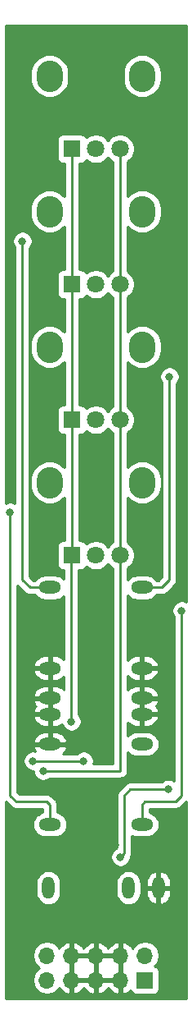
<source format=gbr>
G04 #@! TF.GenerationSoftware,KiCad,Pcbnew,(5.1.10)-1*
G04 #@! TF.CreationDate,2021-05-24T09:12:42+02:00*
G04 #@! TF.ProjectId,4CH Mixer,34434820-4d69-4786-9572-2e6b69636164,rev?*
G04 #@! TF.SameCoordinates,Original*
G04 #@! TF.FileFunction,Copper,L1,Top*
G04 #@! TF.FilePolarity,Positive*
%FSLAX46Y46*%
G04 Gerber Fmt 4.6, Leading zero omitted, Abs format (unit mm)*
G04 Created by KiCad (PCBNEW (5.1.10)-1) date 2021-05-24 09:12:42*
%MOMM*%
%LPD*%
G01*
G04 APERTURE LIST*
G04 #@! TA.AperFunction,ComponentPad*
%ADD10O,1.300000X2.300000*%
G04 #@! TD*
G04 #@! TA.AperFunction,ComponentPad*
%ADD11O,2.300000X1.300000*%
G04 #@! TD*
G04 #@! TA.AperFunction,ComponentPad*
%ADD12O,2.720000X3.240000*%
G04 #@! TD*
G04 #@! TA.AperFunction,ComponentPad*
%ADD13C,1.800000*%
G04 #@! TD*
G04 #@! TA.AperFunction,ComponentPad*
%ADD14R,1.800000X1.800000*%
G04 #@! TD*
G04 #@! TA.AperFunction,ComponentPad*
%ADD15O,1.700000X1.700000*%
G04 #@! TD*
G04 #@! TA.AperFunction,ComponentPad*
%ADD16R,1.700000X1.700000*%
G04 #@! TD*
G04 #@! TA.AperFunction,ViaPad*
%ADD17C,0.800000*%
G04 #@! TD*
G04 #@! TA.AperFunction,Conductor*
%ADD18C,0.250000*%
G04 #@! TD*
G04 #@! TA.AperFunction,Conductor*
%ADD19C,0.254000*%
G04 #@! TD*
G04 #@! TA.AperFunction,Conductor*
%ADD20C,0.100000*%
G04 #@! TD*
G04 APERTURE END LIST*
D10*
G04 #@! TO.P,J6,T*
G04 #@! TO.N,Net-(J6-PadT)*
X5080000Y-89535000D03*
G04 #@! TO.P,J6,TN*
G04 #@! TO.N,N/C*
X13380000Y-89535000D03*
G04 #@! TO.P,J6,S*
G04 #@! TO.N,GND*
X16480000Y-89535000D03*
G04 #@! TD*
D11*
G04 #@! TO.P,J4,T*
G04 #@! TO.N,Net-(J4-PadT)*
X14762500Y-83025000D03*
G04 #@! TO.P,J4,TN*
G04 #@! TO.N,Net-(J4-PadTN)*
X14762500Y-74725000D03*
G04 #@! TO.P,J4,S*
G04 #@! TO.N,GND*
X14762500Y-71625000D03*
G04 #@! TD*
G04 #@! TO.P,J3,T*
G04 #@! TO.N,Net-(J3-PadT)*
X5237500Y-83025000D03*
G04 #@! TO.P,J3,TN*
G04 #@! TO.N,GND*
X5237500Y-74725000D03*
G04 #@! TO.P,J3,S*
X5237500Y-71625000D03*
G04 #@! TD*
G04 #@! TO.P,J2,T*
G04 #@! TO.N,Net-(J2-PadT)*
X14762500Y-58580000D03*
G04 #@! TO.P,J2,TN*
G04 #@! TO.N,GND*
X14762500Y-66880000D03*
G04 #@! TO.P,J2,S*
X14762500Y-69980000D03*
G04 #@! TD*
G04 #@! TO.P,J1,T*
G04 #@! TO.N,Net-(J1-PadT)*
X5237500Y-58580000D03*
G04 #@! TO.P,J1,TN*
G04 #@! TO.N,GND*
X5237500Y-66880000D03*
G04 #@! TO.P,J1,S*
X5237500Y-69980000D03*
G04 #@! TD*
D12*
G04 #@! TO.P,P4,*
G04 #@! TO.N,*
X5200000Y-47745000D03*
X14800000Y-47745000D03*
D13*
G04 #@! TO.P,P4,3*
G04 #@! TO.N,Sum+*
X12500000Y-55245000D03*
G04 #@! TO.P,P4,2*
G04 #@! TO.N,Net-(P4-Pad2)*
X10000000Y-55245000D03*
D14*
G04 #@! TO.P,P4,1*
G04 #@! TO.N,Sum-*
X7500000Y-55245000D03*
G04 #@! TD*
D12*
G04 #@! TO.P,P3,*
G04 #@! TO.N,*
X5200000Y-33775000D03*
X14800000Y-33775000D03*
D13*
G04 #@! TO.P,P3,3*
G04 #@! TO.N,Sum+*
X12500000Y-41275000D03*
G04 #@! TO.P,P3,2*
G04 #@! TO.N,Net-(P3-Pad2)*
X10000000Y-41275000D03*
D14*
G04 #@! TO.P,P3,1*
G04 #@! TO.N,Sum-*
X7500000Y-41275000D03*
G04 #@! TD*
D12*
G04 #@! TO.P,P2,*
G04 #@! TO.N,*
X5200000Y-19805000D03*
X14800000Y-19805000D03*
D13*
G04 #@! TO.P,P2,3*
G04 #@! TO.N,Sum+*
X12500000Y-27305000D03*
G04 #@! TO.P,P2,2*
G04 #@! TO.N,Net-(P2-Pad2)*
X10000000Y-27305000D03*
D14*
G04 #@! TO.P,P2,1*
G04 #@! TO.N,Sum-*
X7500000Y-27305000D03*
G04 #@! TD*
D12*
G04 #@! TO.P,P1,*
G04 #@! TO.N,*
X5200000Y-5835000D03*
X14800000Y-5835000D03*
D13*
G04 #@! TO.P,P1,3*
G04 #@! TO.N,Sum+*
X12500000Y-13335000D03*
G04 #@! TO.P,P1,2*
G04 #@! TO.N,Net-(P1-Pad2)*
X10000000Y-13335000D03*
D14*
G04 #@! TO.P,P1,1*
G04 #@! TO.N,Sum-*
X7500000Y-13335000D03*
G04 #@! TD*
D15*
G04 #@! TO.P,J5,10*
G04 #@! TO.N,-12VA*
X4920000Y-96520000D03*
G04 #@! TO.P,J5,9*
X4920000Y-99060000D03*
G04 #@! TO.P,J5,8*
G04 #@! TO.N,GND*
X7460000Y-96520000D03*
G04 #@! TO.P,J5,7*
X7460000Y-99060000D03*
G04 #@! TO.P,J5,6*
X10000000Y-96520000D03*
G04 #@! TO.P,J5,5*
X10000000Y-99060000D03*
G04 #@! TO.P,J5,4*
X12540000Y-96520000D03*
G04 #@! TO.P,J5,3*
X12540000Y-99060000D03*
G04 #@! TO.P,J5,2*
G04 #@! TO.N,+12VA*
X15080000Y-96520000D03*
D16*
G04 #@! TO.P,J5,1*
X15080000Y-99060000D03*
G04 #@! TD*
D17*
G04 #@! TO.N,Net-(J1-PadT)*
X2380000Y-22860000D03*
G04 #@! TO.N,GND*
X14191000Y-77470000D03*
X12032000Y-85090000D03*
X10000000Y-52525000D03*
X10000000Y-38675000D03*
X10000000Y-24575000D03*
G04 #@! TO.N,Net-(J2-PadT)*
X17620000Y-36830000D03*
G04 #@! TO.N,Net-(J3-PadT)*
X1110000Y-50800000D03*
G04 #@! TO.N,Net-(J4-PadT)*
X18890000Y-60960000D03*
G04 #@! TO.N,Sum-*
X7460000Y-72390000D03*
G04 #@! TO.N,Sum+*
X4539000Y-77470000D03*
G04 #@! TO.N,Net-(IC1-Pad7)*
X17493000Y-79375000D03*
X12540000Y-86360000D03*
G04 #@! TO.N,Net-(IC1-Pad1)*
X8730000Y-76454000D03*
X3476000Y-76454000D03*
G04 #@! TD*
D18*
G04 #@! TO.N,Net-(J1-PadT)*
X2380000Y-57785000D02*
X2380000Y-22860000D01*
X3175000Y-58580000D02*
X2380000Y-57785000D01*
X5237500Y-58580000D02*
X3175000Y-58580000D01*
X2380000Y-22860000D02*
X2380000Y-22860000D01*
G04 #@! TO.N,GND*
X14191000Y-77470000D02*
X12032000Y-79629000D01*
X12032000Y-79629000D02*
X12032000Y-85090000D01*
X12032000Y-85090000D02*
X12032000Y-85090000D01*
G04 #@! TO.N,Net-(J2-PadT)*
X14762500Y-58580000D02*
X16825000Y-58580000D01*
X16825000Y-58580000D02*
X17620000Y-57785000D01*
X17620000Y-57785000D02*
X17620000Y-36830000D01*
X17620000Y-36830000D02*
X17620000Y-36830000D01*
G04 #@! TO.N,Net-(J3-PadT)*
X1110000Y-50800000D02*
X1110000Y-50800000D01*
X1110000Y-80010000D02*
X1110000Y-50800000D01*
X1745000Y-80645000D02*
X1110000Y-80010000D01*
X4920000Y-80645000D02*
X1745000Y-80645000D01*
X5237500Y-80962500D02*
X4920000Y-80645000D01*
X5237500Y-83025000D02*
X5237500Y-80962500D01*
G04 #@! TO.N,Net-(J4-PadT)*
X18890000Y-80010000D02*
X18890000Y-60960000D01*
X15080000Y-80645000D02*
X18255000Y-80645000D01*
X14762500Y-80962500D02*
X15080000Y-80645000D01*
X18255000Y-80645000D02*
X18890000Y-80010000D01*
X14762500Y-83025000D02*
X14762500Y-80962500D01*
X18890000Y-60960000D02*
X18890000Y-60960000D01*
G04 #@! TO.N,Sum-*
X7500000Y-13335000D02*
X7500000Y-27305000D01*
X7500000Y-27305000D02*
X7500000Y-41275000D01*
X7500000Y-41275000D02*
X7500000Y-55245000D01*
X7460000Y-55285000D02*
X7500000Y-55245000D01*
X7460000Y-72390000D02*
X7460000Y-68072000D01*
X7460000Y-62230000D02*
X7460000Y-55285000D01*
X7460000Y-68072000D02*
X7460000Y-62230000D01*
G04 #@! TO.N,Sum+*
X12500000Y-13335000D02*
X12500000Y-27305000D01*
X12500000Y-27305000D02*
X12500000Y-41275000D01*
X12500000Y-41275000D02*
X12500000Y-55245000D01*
X12540000Y-77470000D02*
X12522888Y-67962112D01*
X4539000Y-77470000D02*
X12540000Y-77470000D01*
X12512621Y-62257379D02*
X12500000Y-55245000D01*
X12522888Y-67962112D02*
X12512621Y-62257379D01*
G04 #@! TO.N,Net-(IC1-Pad7)*
X17493000Y-79375000D02*
X13556000Y-79375000D01*
X13556000Y-79375000D02*
X12921000Y-80010000D01*
X12921000Y-80010000D02*
X12921000Y-85979000D01*
X12921000Y-85979000D02*
X12540000Y-86360000D01*
X12540000Y-86360000D02*
X12540000Y-86360000D01*
G04 #@! TO.N,Net-(IC1-Pad1)*
X3476000Y-76454000D02*
X8730000Y-76454000D01*
G04 #@! TD*
D19*
G04 #@! TO.N,GND*
X19340001Y-60026121D02*
X19191898Y-59964774D01*
X18991939Y-59925000D01*
X18788061Y-59925000D01*
X18588102Y-59964774D01*
X18399744Y-60042795D01*
X18230226Y-60156063D01*
X18086063Y-60300226D01*
X17972795Y-60469744D01*
X17894774Y-60658102D01*
X17855000Y-60858061D01*
X17855000Y-61061939D01*
X17894774Y-61261898D01*
X17972795Y-61450256D01*
X18086063Y-61619774D01*
X18130001Y-61663712D01*
X18130000Y-78555846D01*
X17983256Y-78457795D01*
X17794898Y-78379774D01*
X17594939Y-78340000D01*
X17391061Y-78340000D01*
X17191102Y-78379774D01*
X17002744Y-78457795D01*
X16833226Y-78571063D01*
X16789289Y-78615000D01*
X13593333Y-78615000D01*
X13556000Y-78611323D01*
X13518667Y-78615000D01*
X13407014Y-78625997D01*
X13263753Y-78669454D01*
X13131724Y-78740026D01*
X13015999Y-78834999D01*
X12992200Y-78863998D01*
X12410002Y-79446197D01*
X12380999Y-79469999D01*
X12325871Y-79537174D01*
X12286026Y-79585724D01*
X12242451Y-79667247D01*
X12215454Y-79717754D01*
X12171997Y-79861015D01*
X12161000Y-79972668D01*
X12161000Y-79972678D01*
X12157324Y-80010000D01*
X12161000Y-80047323D01*
X12161001Y-85396711D01*
X12049744Y-85442795D01*
X11880226Y-85556063D01*
X11736063Y-85700226D01*
X11622795Y-85869744D01*
X11544774Y-86058102D01*
X11505000Y-86258061D01*
X11505000Y-86461939D01*
X11544774Y-86661898D01*
X11622795Y-86850256D01*
X11736063Y-87019774D01*
X11880226Y-87163937D01*
X12049744Y-87277205D01*
X12238102Y-87355226D01*
X12438061Y-87395000D01*
X12641939Y-87395000D01*
X12841898Y-87355226D01*
X13030256Y-87277205D01*
X13199774Y-87163937D01*
X13343937Y-87019774D01*
X13457205Y-86850256D01*
X13535226Y-86661898D01*
X13575000Y-86461939D01*
X13575000Y-86367681D01*
X13626546Y-86271247D01*
X13670003Y-86127986D01*
X13681000Y-86016333D01*
X13681000Y-86016324D01*
X13684676Y-85979001D01*
X13681000Y-85941678D01*
X13681000Y-84171227D01*
X13768373Y-84217929D01*
X14010596Y-84291407D01*
X14199377Y-84310000D01*
X15325623Y-84310000D01*
X15514404Y-84291407D01*
X15756627Y-84217929D01*
X15979862Y-84098608D01*
X16175528Y-83938028D01*
X16336108Y-83742362D01*
X16455429Y-83519127D01*
X16528907Y-83276904D01*
X16553717Y-83025000D01*
X16528907Y-82773096D01*
X16455429Y-82530873D01*
X16336108Y-82307638D01*
X16175528Y-82111972D01*
X15979862Y-81951392D01*
X15756627Y-81832071D01*
X15522500Y-81761049D01*
X15522500Y-81405000D01*
X18217678Y-81405000D01*
X18255000Y-81408676D01*
X18292322Y-81405000D01*
X18292333Y-81405000D01*
X18403986Y-81394003D01*
X18547247Y-81350546D01*
X18679276Y-81279974D01*
X18795001Y-81185001D01*
X18818803Y-81155998D01*
X19340001Y-80634801D01*
X19340001Y-100940000D01*
X660000Y-100940000D01*
X660000Y-96373740D01*
X3435000Y-96373740D01*
X3435000Y-96666260D01*
X3492068Y-96953158D01*
X3604010Y-97223411D01*
X3766525Y-97466632D01*
X3973368Y-97673475D01*
X4147760Y-97790000D01*
X3973368Y-97906525D01*
X3766525Y-98113368D01*
X3604010Y-98356589D01*
X3492068Y-98626842D01*
X3435000Y-98913740D01*
X3435000Y-99206260D01*
X3492068Y-99493158D01*
X3604010Y-99763411D01*
X3766525Y-100006632D01*
X3973368Y-100213475D01*
X4216589Y-100375990D01*
X4486842Y-100487932D01*
X4773740Y-100545000D01*
X5066260Y-100545000D01*
X5353158Y-100487932D01*
X5623411Y-100375990D01*
X5866632Y-100213475D01*
X6073475Y-100006632D01*
X6195195Y-99824466D01*
X6264822Y-99941355D01*
X6459731Y-100157588D01*
X6693080Y-100331641D01*
X6955901Y-100456825D01*
X7103110Y-100501476D01*
X7333000Y-100380155D01*
X7333000Y-99187000D01*
X7587000Y-99187000D01*
X7587000Y-100380155D01*
X7816890Y-100501476D01*
X7964099Y-100456825D01*
X8226920Y-100331641D01*
X8460269Y-100157588D01*
X8655178Y-99941355D01*
X8730000Y-99815745D01*
X8804822Y-99941355D01*
X8999731Y-100157588D01*
X9233080Y-100331641D01*
X9495901Y-100456825D01*
X9643110Y-100501476D01*
X9873000Y-100380155D01*
X9873000Y-99187000D01*
X10127000Y-99187000D01*
X10127000Y-100380155D01*
X10356890Y-100501476D01*
X10504099Y-100456825D01*
X10766920Y-100331641D01*
X11000269Y-100157588D01*
X11195178Y-99941355D01*
X11270000Y-99815745D01*
X11344822Y-99941355D01*
X11539731Y-100157588D01*
X11773080Y-100331641D01*
X12035901Y-100456825D01*
X12183110Y-100501476D01*
X12413000Y-100380155D01*
X12413000Y-99187000D01*
X10127000Y-99187000D01*
X9873000Y-99187000D01*
X7587000Y-99187000D01*
X7333000Y-99187000D01*
X7313000Y-99187000D01*
X7313000Y-98933000D01*
X7333000Y-98933000D01*
X7333000Y-96647000D01*
X7587000Y-96647000D01*
X7587000Y-98933000D01*
X9873000Y-98933000D01*
X9873000Y-96647000D01*
X10127000Y-96647000D01*
X10127000Y-98933000D01*
X12413000Y-98933000D01*
X12413000Y-96647000D01*
X10127000Y-96647000D01*
X9873000Y-96647000D01*
X7587000Y-96647000D01*
X7333000Y-96647000D01*
X7313000Y-96647000D01*
X7313000Y-96393000D01*
X7333000Y-96393000D01*
X7333000Y-95199845D01*
X7587000Y-95199845D01*
X7587000Y-96393000D01*
X9873000Y-96393000D01*
X9873000Y-95199845D01*
X10127000Y-95199845D01*
X10127000Y-96393000D01*
X12413000Y-96393000D01*
X12413000Y-95199845D01*
X12667000Y-95199845D01*
X12667000Y-96393000D01*
X12687000Y-96393000D01*
X12687000Y-96647000D01*
X12667000Y-96647000D01*
X12667000Y-98933000D01*
X12687000Y-98933000D01*
X12687000Y-99187000D01*
X12667000Y-99187000D01*
X12667000Y-100380155D01*
X12896890Y-100501476D01*
X13044099Y-100456825D01*
X13306920Y-100331641D01*
X13540269Y-100157588D01*
X13616034Y-100073534D01*
X13640498Y-100154180D01*
X13699463Y-100264494D01*
X13778815Y-100361185D01*
X13875506Y-100440537D01*
X13985820Y-100499502D01*
X14105518Y-100535812D01*
X14230000Y-100548072D01*
X15930000Y-100548072D01*
X16054482Y-100535812D01*
X16174180Y-100499502D01*
X16284494Y-100440537D01*
X16381185Y-100361185D01*
X16460537Y-100264494D01*
X16519502Y-100154180D01*
X16555812Y-100034482D01*
X16568072Y-99910000D01*
X16568072Y-98210000D01*
X16555812Y-98085518D01*
X16519502Y-97965820D01*
X16460537Y-97855506D01*
X16381185Y-97758815D01*
X16284494Y-97679463D01*
X16174180Y-97620498D01*
X16101620Y-97598487D01*
X16233475Y-97466632D01*
X16395990Y-97223411D01*
X16507932Y-96953158D01*
X16565000Y-96666260D01*
X16565000Y-96373740D01*
X16507932Y-96086842D01*
X16395990Y-95816589D01*
X16233475Y-95573368D01*
X16026632Y-95366525D01*
X15783411Y-95204010D01*
X15513158Y-95092068D01*
X15226260Y-95035000D01*
X14933740Y-95035000D01*
X14646842Y-95092068D01*
X14376589Y-95204010D01*
X14133368Y-95366525D01*
X13926525Y-95573368D01*
X13804805Y-95755534D01*
X13735178Y-95638645D01*
X13540269Y-95422412D01*
X13306920Y-95248359D01*
X13044099Y-95123175D01*
X12896890Y-95078524D01*
X12667000Y-95199845D01*
X12413000Y-95199845D01*
X12183110Y-95078524D01*
X12035901Y-95123175D01*
X11773080Y-95248359D01*
X11539731Y-95422412D01*
X11344822Y-95638645D01*
X11270000Y-95764255D01*
X11195178Y-95638645D01*
X11000269Y-95422412D01*
X10766920Y-95248359D01*
X10504099Y-95123175D01*
X10356890Y-95078524D01*
X10127000Y-95199845D01*
X9873000Y-95199845D01*
X9643110Y-95078524D01*
X9495901Y-95123175D01*
X9233080Y-95248359D01*
X8999731Y-95422412D01*
X8804822Y-95638645D01*
X8730000Y-95764255D01*
X8655178Y-95638645D01*
X8460269Y-95422412D01*
X8226920Y-95248359D01*
X7964099Y-95123175D01*
X7816890Y-95078524D01*
X7587000Y-95199845D01*
X7333000Y-95199845D01*
X7103110Y-95078524D01*
X6955901Y-95123175D01*
X6693080Y-95248359D01*
X6459731Y-95422412D01*
X6264822Y-95638645D01*
X6195195Y-95755534D01*
X6073475Y-95573368D01*
X5866632Y-95366525D01*
X5623411Y-95204010D01*
X5353158Y-95092068D01*
X5066260Y-95035000D01*
X4773740Y-95035000D01*
X4486842Y-95092068D01*
X4216589Y-95204010D01*
X3973368Y-95366525D01*
X3766525Y-95573368D01*
X3604010Y-95816589D01*
X3492068Y-96086842D01*
X3435000Y-96373740D01*
X660000Y-96373740D01*
X660000Y-88971878D01*
X3795000Y-88971878D01*
X3795000Y-90098123D01*
X3813593Y-90286904D01*
X3887071Y-90529127D01*
X4006392Y-90752362D01*
X4166973Y-90948028D01*
X4362639Y-91108608D01*
X4585874Y-91227929D01*
X4828097Y-91301407D01*
X5080000Y-91326217D01*
X5331904Y-91301407D01*
X5574127Y-91227929D01*
X5797362Y-91108608D01*
X5993028Y-90948028D01*
X6153608Y-90752362D01*
X6272929Y-90529127D01*
X6346407Y-90286904D01*
X6365000Y-90098123D01*
X6365000Y-88971878D01*
X12095000Y-88971878D01*
X12095000Y-90098123D01*
X12113593Y-90286904D01*
X12187071Y-90529127D01*
X12306392Y-90752362D01*
X12466973Y-90948028D01*
X12662639Y-91108608D01*
X12885874Y-91227929D01*
X13128097Y-91301407D01*
X13380000Y-91326217D01*
X13631904Y-91301407D01*
X13874127Y-91227929D01*
X14097362Y-91108608D01*
X14293028Y-90948028D01*
X14453608Y-90752362D01*
X14572929Y-90529127D01*
X14646407Y-90286904D01*
X14665000Y-90098123D01*
X14665000Y-89662000D01*
X15195000Y-89662000D01*
X15195000Y-90162000D01*
X15244467Y-90410251D01*
X15341415Y-90644081D01*
X15482118Y-90854505D01*
X15661170Y-91033436D01*
X15871689Y-91173997D01*
X16105585Y-91270787D01*
X16154529Y-91278099D01*
X16353000Y-91154067D01*
X16353000Y-89662000D01*
X16607000Y-89662000D01*
X16607000Y-91154067D01*
X16805471Y-91278099D01*
X16854415Y-91270787D01*
X17088311Y-91173997D01*
X17298830Y-91033436D01*
X17477882Y-90854505D01*
X17618585Y-90644081D01*
X17715533Y-90410251D01*
X17765000Y-90162000D01*
X17765000Y-89662000D01*
X16607000Y-89662000D01*
X16353000Y-89662000D01*
X15195000Y-89662000D01*
X14665000Y-89662000D01*
X14665000Y-88971877D01*
X14658709Y-88908000D01*
X15195000Y-88908000D01*
X15195000Y-89408000D01*
X16353000Y-89408000D01*
X16353000Y-87915933D01*
X16607000Y-87915933D01*
X16607000Y-89408000D01*
X17765000Y-89408000D01*
X17765000Y-88908000D01*
X17715533Y-88659749D01*
X17618585Y-88425919D01*
X17477882Y-88215495D01*
X17298830Y-88036564D01*
X17088311Y-87896003D01*
X16854415Y-87799213D01*
X16805471Y-87791901D01*
X16607000Y-87915933D01*
X16353000Y-87915933D01*
X16154529Y-87791901D01*
X16105585Y-87799213D01*
X15871689Y-87896003D01*
X15661170Y-88036564D01*
X15482118Y-88215495D01*
X15341415Y-88425919D01*
X15244467Y-88659749D01*
X15195000Y-88908000D01*
X14658709Y-88908000D01*
X14646407Y-88783096D01*
X14572929Y-88540873D01*
X14453608Y-88317638D01*
X14293028Y-88121972D01*
X14097361Y-87961392D01*
X13874126Y-87842071D01*
X13631903Y-87768593D01*
X13380000Y-87743783D01*
X13128096Y-87768593D01*
X12885873Y-87842071D01*
X12662638Y-87961392D01*
X12466972Y-88121972D01*
X12306392Y-88317639D01*
X12187071Y-88540874D01*
X12113593Y-88783097D01*
X12095000Y-88971878D01*
X6365000Y-88971878D01*
X6365000Y-88971877D01*
X6346407Y-88783096D01*
X6272929Y-88540873D01*
X6153608Y-88317638D01*
X5993028Y-88121972D01*
X5797361Y-87961392D01*
X5574126Y-87842071D01*
X5331903Y-87768593D01*
X5080000Y-87743783D01*
X4828096Y-87768593D01*
X4585873Y-87842071D01*
X4362638Y-87961392D01*
X4166972Y-88121972D01*
X4006392Y-88317639D01*
X3887071Y-88540874D01*
X3813593Y-88783097D01*
X3795000Y-88971878D01*
X660000Y-88971878D01*
X660000Y-80634801D01*
X1181200Y-81156002D01*
X1204999Y-81185001D01*
X1233997Y-81208799D01*
X1320724Y-81279974D01*
X1452753Y-81350546D01*
X1596014Y-81394003D01*
X1745000Y-81408677D01*
X1782333Y-81405000D01*
X4477501Y-81405000D01*
X4477501Y-81761049D01*
X4243373Y-81832071D01*
X4020138Y-81951392D01*
X3824472Y-82111972D01*
X3663892Y-82307638D01*
X3544571Y-82530873D01*
X3471093Y-82773096D01*
X3446283Y-83025000D01*
X3471093Y-83276904D01*
X3544571Y-83519127D01*
X3663892Y-83742362D01*
X3824472Y-83938028D01*
X4020138Y-84098608D01*
X4243373Y-84217929D01*
X4485596Y-84291407D01*
X4674377Y-84310000D01*
X5800623Y-84310000D01*
X5989404Y-84291407D01*
X6231627Y-84217929D01*
X6454862Y-84098608D01*
X6650528Y-83938028D01*
X6811108Y-83742362D01*
X6930429Y-83519127D01*
X7003907Y-83276904D01*
X7028717Y-83025000D01*
X7003907Y-82773096D01*
X6930429Y-82530873D01*
X6811108Y-82307638D01*
X6650528Y-82111972D01*
X6454862Y-81951392D01*
X6231627Y-81832071D01*
X5997500Y-81761049D01*
X5997500Y-80999823D01*
X6001176Y-80962500D01*
X5997500Y-80925177D01*
X5997500Y-80925167D01*
X5986503Y-80813514D01*
X5943046Y-80670253D01*
X5872474Y-80538224D01*
X5777501Y-80422499D01*
X5748497Y-80398696D01*
X5483804Y-80134003D01*
X5460001Y-80104999D01*
X5344276Y-80010026D01*
X5212247Y-79939454D01*
X5068986Y-79895997D01*
X4957333Y-79885000D01*
X4957322Y-79885000D01*
X4920000Y-79881324D01*
X4882678Y-79885000D01*
X2059802Y-79885000D01*
X1870000Y-79695199D01*
X1870000Y-74399529D01*
X3494401Y-74399529D01*
X3618433Y-74598000D01*
X5110500Y-74598000D01*
X5110500Y-73440000D01*
X5364500Y-73440000D01*
X5364500Y-74598000D01*
X6856567Y-74598000D01*
X6980599Y-74399529D01*
X6973287Y-74350585D01*
X6876497Y-74116689D01*
X6735936Y-73906170D01*
X6557005Y-73727118D01*
X6346581Y-73586415D01*
X6112751Y-73489467D01*
X5864500Y-73440000D01*
X5364500Y-73440000D01*
X5110500Y-73440000D01*
X4610500Y-73440000D01*
X4362249Y-73489467D01*
X4128419Y-73586415D01*
X3917995Y-73727118D01*
X3739064Y-73906170D01*
X3598503Y-74116689D01*
X3501713Y-74350585D01*
X3494401Y-74399529D01*
X1870000Y-74399529D01*
X1870000Y-71950471D01*
X3494401Y-71950471D01*
X3501713Y-71999415D01*
X3598503Y-72233311D01*
X3739064Y-72443830D01*
X3917995Y-72622882D01*
X4128419Y-72763585D01*
X4362249Y-72860533D01*
X4610500Y-72910000D01*
X5110500Y-72910000D01*
X5110500Y-71752000D01*
X3618433Y-71752000D01*
X3494401Y-71950471D01*
X1870000Y-71950471D01*
X1870000Y-70305471D01*
X3494401Y-70305471D01*
X3501713Y-70354415D01*
X3598503Y-70588311D01*
X3739064Y-70798830D01*
X3742732Y-70802500D01*
X3739064Y-70806170D01*
X3598503Y-71016689D01*
X3501713Y-71250585D01*
X3494401Y-71299529D01*
X3618433Y-71498000D01*
X5110500Y-71498000D01*
X5110500Y-70107000D01*
X3618433Y-70107000D01*
X3494401Y-70305471D01*
X1870000Y-70305471D01*
X1870000Y-69654529D01*
X3494401Y-69654529D01*
X3618433Y-69853000D01*
X5110500Y-69853000D01*
X5110500Y-68695000D01*
X4610500Y-68695000D01*
X4362249Y-68744467D01*
X4128419Y-68841415D01*
X3917995Y-68982118D01*
X3739064Y-69161170D01*
X3598503Y-69371689D01*
X3501713Y-69605585D01*
X3494401Y-69654529D01*
X1870000Y-69654529D01*
X1870000Y-67205471D01*
X3494401Y-67205471D01*
X3501713Y-67254415D01*
X3598503Y-67488311D01*
X3739064Y-67698830D01*
X3917995Y-67877882D01*
X4128419Y-68018585D01*
X4362249Y-68115533D01*
X4610500Y-68165000D01*
X5110500Y-68165000D01*
X5110500Y-67007000D01*
X3618433Y-67007000D01*
X3494401Y-67205471D01*
X1870000Y-67205471D01*
X1870000Y-66554529D01*
X3494401Y-66554529D01*
X3618433Y-66753000D01*
X5110500Y-66753000D01*
X5110500Y-65595000D01*
X4610500Y-65595000D01*
X4362249Y-65644467D01*
X4128419Y-65741415D01*
X3917995Y-65882118D01*
X3739064Y-66061170D01*
X3598503Y-66271689D01*
X3501713Y-66505585D01*
X3494401Y-66554529D01*
X1870000Y-66554529D01*
X1870000Y-58349801D01*
X2611201Y-59091002D01*
X2634999Y-59120001D01*
X2750724Y-59214974D01*
X2882753Y-59285546D01*
X3026014Y-59329003D01*
X3137667Y-59340000D01*
X3137675Y-59340000D01*
X3175000Y-59343676D01*
X3212325Y-59340000D01*
X3698884Y-59340000D01*
X3824472Y-59493028D01*
X4020138Y-59653608D01*
X4243373Y-59772929D01*
X4485596Y-59846407D01*
X4674377Y-59865000D01*
X5800623Y-59865000D01*
X5989404Y-59846407D01*
X6231627Y-59772929D01*
X6454862Y-59653608D01*
X6650528Y-59493028D01*
X6700000Y-59432746D01*
X6700000Y-62267332D01*
X6700001Y-62267342D01*
X6700000Y-66025210D01*
X6557005Y-65882118D01*
X6346581Y-65741415D01*
X6112751Y-65644467D01*
X5864500Y-65595000D01*
X5364500Y-65595000D01*
X5364500Y-66753000D01*
X5384500Y-66753000D01*
X5384500Y-67007000D01*
X5364500Y-67007000D01*
X5364500Y-68165000D01*
X5864500Y-68165000D01*
X6112751Y-68115533D01*
X6346581Y-68018585D01*
X6557005Y-67877882D01*
X6700000Y-67734790D01*
X6700000Y-68109332D01*
X6700001Y-68109342D01*
X6700001Y-69125210D01*
X6557005Y-68982118D01*
X6346581Y-68841415D01*
X6112751Y-68744467D01*
X5864500Y-68695000D01*
X5364500Y-68695000D01*
X5364500Y-69853000D01*
X5384500Y-69853000D01*
X5384500Y-70107000D01*
X5364500Y-70107000D01*
X5364500Y-71498000D01*
X5384500Y-71498000D01*
X5384500Y-71752000D01*
X5364500Y-71752000D01*
X5364500Y-72910000D01*
X5864500Y-72910000D01*
X6112751Y-72860533D01*
X6346581Y-72763585D01*
X6463485Y-72685416D01*
X6464774Y-72691898D01*
X6542795Y-72880256D01*
X6656063Y-73049774D01*
X6800226Y-73193937D01*
X6969744Y-73307205D01*
X7158102Y-73385226D01*
X7358061Y-73425000D01*
X7561939Y-73425000D01*
X7761898Y-73385226D01*
X7950256Y-73307205D01*
X8119774Y-73193937D01*
X8263937Y-73049774D01*
X8377205Y-72880256D01*
X8455226Y-72691898D01*
X8495000Y-72491939D01*
X8495000Y-72288061D01*
X8455226Y-72088102D01*
X8377205Y-71899744D01*
X8263937Y-71730226D01*
X8220000Y-71686289D01*
X8220000Y-56783072D01*
X8400000Y-56783072D01*
X8524482Y-56770812D01*
X8644180Y-56734502D01*
X8754494Y-56675537D01*
X8851185Y-56596185D01*
X8930537Y-56499494D01*
X8983880Y-56399697D01*
X9021495Y-56437312D01*
X9272905Y-56605299D01*
X9552257Y-56721011D01*
X9848816Y-56780000D01*
X10151184Y-56780000D01*
X10447743Y-56721011D01*
X10727095Y-56605299D01*
X10978505Y-56437312D01*
X11192312Y-56223505D01*
X11250000Y-56137169D01*
X11307688Y-56223505D01*
X11521495Y-56437312D01*
X11742411Y-56584924D01*
X11752685Y-62293343D01*
X11762823Y-67926147D01*
X11778632Y-76710000D01*
X9734356Y-76710000D01*
X9765000Y-76555939D01*
X9765000Y-76352061D01*
X9725226Y-76152102D01*
X9647205Y-75963744D01*
X9533937Y-75794226D01*
X9389774Y-75650063D01*
X9220256Y-75536795D01*
X9031898Y-75458774D01*
X8831939Y-75419000D01*
X8628061Y-75419000D01*
X8428102Y-75458774D01*
X8239744Y-75536795D01*
X8070226Y-75650063D01*
X8026289Y-75694000D01*
X6585867Y-75694000D01*
X6735936Y-75543830D01*
X6876497Y-75333311D01*
X6973287Y-75099415D01*
X6980599Y-75050471D01*
X6856567Y-74852000D01*
X5364500Y-74852000D01*
X5364500Y-74872000D01*
X5110500Y-74872000D01*
X5110500Y-74852000D01*
X3618433Y-74852000D01*
X3494401Y-75050471D01*
X3501713Y-75099415D01*
X3598503Y-75333311D01*
X3667628Y-75436840D01*
X3577939Y-75419000D01*
X3374061Y-75419000D01*
X3174102Y-75458774D01*
X2985744Y-75536795D01*
X2816226Y-75650063D01*
X2672063Y-75794226D01*
X2558795Y-75963744D01*
X2480774Y-76152102D01*
X2441000Y-76352061D01*
X2441000Y-76555939D01*
X2480774Y-76755898D01*
X2558795Y-76944256D01*
X2672063Y-77113774D01*
X2816226Y-77257937D01*
X2985744Y-77371205D01*
X3174102Y-77449226D01*
X3374061Y-77489000D01*
X3504000Y-77489000D01*
X3504000Y-77571939D01*
X3543774Y-77771898D01*
X3621795Y-77960256D01*
X3735063Y-78129774D01*
X3879226Y-78273937D01*
X4048744Y-78387205D01*
X4237102Y-78465226D01*
X4437061Y-78505000D01*
X4640939Y-78505000D01*
X4840898Y-78465226D01*
X5029256Y-78387205D01*
X5198774Y-78273937D01*
X5242711Y-78230000D01*
X12503361Y-78230000D01*
X12541374Y-78233675D01*
X12614745Y-78226315D01*
X12688986Y-78219003D01*
X12689650Y-78218801D01*
X12690333Y-78218733D01*
X12760791Y-78197222D01*
X12832247Y-78175546D01*
X12832860Y-78175218D01*
X12833516Y-78175018D01*
X12898330Y-78140224D01*
X12964276Y-78104974D01*
X12964815Y-78104532D01*
X12965418Y-78104208D01*
X13022215Y-78057424D01*
X13080001Y-78010001D01*
X13080442Y-78009463D01*
X13080972Y-78009027D01*
X13127647Y-77951944D01*
X13174974Y-77894276D01*
X13175301Y-77893664D01*
X13175736Y-77893132D01*
X13210344Y-77828105D01*
X13245546Y-77762247D01*
X13245748Y-77761581D01*
X13246070Y-77760976D01*
X13267305Y-77690516D01*
X13289003Y-77618986D01*
X13289071Y-77618293D01*
X13289269Y-77617637D01*
X13296351Y-77544380D01*
X13303677Y-77470000D01*
X13299932Y-77431975D01*
X13296587Y-75573588D01*
X13349472Y-75638028D01*
X13545138Y-75798608D01*
X13768373Y-75917929D01*
X14010596Y-75991407D01*
X14199377Y-76010000D01*
X15325623Y-76010000D01*
X15514404Y-75991407D01*
X15756627Y-75917929D01*
X15979862Y-75798608D01*
X16175528Y-75638028D01*
X16336108Y-75442362D01*
X16455429Y-75219127D01*
X16528907Y-74976904D01*
X16553717Y-74725000D01*
X16528907Y-74473096D01*
X16455429Y-74230873D01*
X16336108Y-74007638D01*
X16175528Y-73811972D01*
X15979862Y-73651392D01*
X15756627Y-73532071D01*
X15514404Y-73458593D01*
X15325623Y-73440000D01*
X14199377Y-73440000D01*
X14010596Y-73458593D01*
X13768373Y-73532071D01*
X13545138Y-73651392D01*
X13349472Y-73811972D01*
X13293539Y-73880126D01*
X13291003Y-72470787D01*
X13442995Y-72622882D01*
X13653419Y-72763585D01*
X13887249Y-72860533D01*
X14135500Y-72910000D01*
X14635500Y-72910000D01*
X14635500Y-71752000D01*
X14889500Y-71752000D01*
X14889500Y-72910000D01*
X15389500Y-72910000D01*
X15637751Y-72860533D01*
X15871581Y-72763585D01*
X16082005Y-72622882D01*
X16260936Y-72443830D01*
X16401497Y-72233311D01*
X16498287Y-71999415D01*
X16505599Y-71950471D01*
X16381567Y-71752000D01*
X14889500Y-71752000D01*
X14635500Y-71752000D01*
X14615500Y-71752000D01*
X14615500Y-71498000D01*
X14635500Y-71498000D01*
X14635500Y-70107000D01*
X14889500Y-70107000D01*
X14889500Y-71498000D01*
X16381567Y-71498000D01*
X16505599Y-71299529D01*
X16498287Y-71250585D01*
X16401497Y-71016689D01*
X16260936Y-70806170D01*
X16257268Y-70802500D01*
X16260936Y-70798830D01*
X16401497Y-70588311D01*
X16498287Y-70354415D01*
X16505599Y-70305471D01*
X16381567Y-70107000D01*
X14889500Y-70107000D01*
X14635500Y-70107000D01*
X14615500Y-70107000D01*
X14615500Y-69853000D01*
X14635500Y-69853000D01*
X14635500Y-68695000D01*
X14889500Y-68695000D01*
X14889500Y-69853000D01*
X16381567Y-69853000D01*
X16505599Y-69654529D01*
X16498287Y-69605585D01*
X16401497Y-69371689D01*
X16260936Y-69161170D01*
X16082005Y-68982118D01*
X15871581Y-68841415D01*
X15637751Y-68744467D01*
X15389500Y-68695000D01*
X14889500Y-68695000D01*
X14635500Y-68695000D01*
X14135500Y-68695000D01*
X13887249Y-68744467D01*
X13653419Y-68841415D01*
X13442995Y-68982118D01*
X13285009Y-69140211D01*
X13282819Y-67923412D01*
X13282819Y-67923408D01*
X13282448Y-67717226D01*
X13442995Y-67877882D01*
X13653419Y-68018585D01*
X13887249Y-68115533D01*
X14135500Y-68165000D01*
X14635500Y-68165000D01*
X14635500Y-67007000D01*
X14889500Y-67007000D01*
X14889500Y-68165000D01*
X15389500Y-68165000D01*
X15637751Y-68115533D01*
X15871581Y-68018585D01*
X16082005Y-67877882D01*
X16260936Y-67698830D01*
X16401497Y-67488311D01*
X16498287Y-67254415D01*
X16505599Y-67205471D01*
X16381567Y-67007000D01*
X14889500Y-67007000D01*
X14635500Y-67007000D01*
X14615500Y-67007000D01*
X14615500Y-66753000D01*
X14635500Y-66753000D01*
X14635500Y-65595000D01*
X14889500Y-65595000D01*
X14889500Y-66753000D01*
X16381567Y-66753000D01*
X16505599Y-66554529D01*
X16498287Y-66505585D01*
X16401497Y-66271689D01*
X16260936Y-66061170D01*
X16082005Y-65882118D01*
X15871581Y-65741415D01*
X15637751Y-65644467D01*
X15389500Y-65595000D01*
X14889500Y-65595000D01*
X14635500Y-65595000D01*
X14135500Y-65595000D01*
X13887249Y-65644467D01*
X13653419Y-65741415D01*
X13442995Y-65882118D01*
X13279440Y-66045784D01*
X13272552Y-62218679D01*
X13272552Y-62218675D01*
X13267466Y-59393104D01*
X13349472Y-59493028D01*
X13545138Y-59653608D01*
X13768373Y-59772929D01*
X14010596Y-59846407D01*
X14199377Y-59865000D01*
X15325623Y-59865000D01*
X15514404Y-59846407D01*
X15756627Y-59772929D01*
X15979862Y-59653608D01*
X16175528Y-59493028D01*
X16301116Y-59340000D01*
X16787678Y-59340000D01*
X16825000Y-59343676D01*
X16862322Y-59340000D01*
X16862333Y-59340000D01*
X16973986Y-59329003D01*
X17117247Y-59285546D01*
X17249276Y-59214974D01*
X17365001Y-59120001D01*
X17388803Y-59090998D01*
X18131004Y-58348798D01*
X18160001Y-58325001D01*
X18254974Y-58209276D01*
X18325546Y-58077247D01*
X18369003Y-57933986D01*
X18380000Y-57822333D01*
X18380000Y-57822325D01*
X18383676Y-57785000D01*
X18380000Y-57747675D01*
X18380000Y-37533711D01*
X18423937Y-37489774D01*
X18537205Y-37320256D01*
X18615226Y-37131898D01*
X18655000Y-36931939D01*
X18655000Y-36728061D01*
X18615226Y-36528102D01*
X18537205Y-36339744D01*
X18423937Y-36170226D01*
X18279774Y-36026063D01*
X18110256Y-35912795D01*
X17921898Y-35834774D01*
X17721939Y-35795000D01*
X17518061Y-35795000D01*
X17318102Y-35834774D01*
X17129744Y-35912795D01*
X16960226Y-36026063D01*
X16816063Y-36170226D01*
X16702795Y-36339744D01*
X16624774Y-36528102D01*
X16585000Y-36728061D01*
X16585000Y-36931939D01*
X16624774Y-37131898D01*
X16702795Y-37320256D01*
X16816063Y-37489774D01*
X16860001Y-37533712D01*
X16860000Y-57470198D01*
X16510199Y-57820000D01*
X16301116Y-57820000D01*
X16175528Y-57666972D01*
X15979862Y-57506392D01*
X15756627Y-57387071D01*
X15514404Y-57313593D01*
X15325623Y-57295000D01*
X14199377Y-57295000D01*
X14010596Y-57313593D01*
X13768373Y-57387071D01*
X13545138Y-57506392D01*
X13349472Y-57666972D01*
X13264546Y-57770454D01*
X13262406Y-56581705D01*
X13478505Y-56437312D01*
X13692312Y-56223505D01*
X13860299Y-55972095D01*
X13976011Y-55692743D01*
X14035000Y-55396184D01*
X14035000Y-55093816D01*
X13976011Y-54797257D01*
X13860299Y-54517905D01*
X13692312Y-54266495D01*
X13478505Y-54052688D01*
X13260000Y-53906687D01*
X13260000Y-49273240D01*
X13382497Y-49422503D01*
X13686275Y-49671807D01*
X14032853Y-49857057D01*
X14408912Y-49971133D01*
X14800000Y-50009652D01*
X15191087Y-49971133D01*
X15567146Y-49857057D01*
X15913725Y-49671807D01*
X16217503Y-49422503D01*
X16466807Y-49118725D01*
X16652057Y-48772147D01*
X16766133Y-48396088D01*
X16795000Y-48102998D01*
X16795000Y-47387003D01*
X16766133Y-47093913D01*
X16652057Y-46717853D01*
X16466807Y-46371275D01*
X16217503Y-46067497D01*
X15913725Y-45818193D01*
X15567147Y-45632943D01*
X15191088Y-45518867D01*
X14800000Y-45480348D01*
X14408913Y-45518867D01*
X14032854Y-45632943D01*
X13686276Y-45818193D01*
X13382498Y-46067497D01*
X13260000Y-46216761D01*
X13260000Y-42613313D01*
X13478505Y-42467312D01*
X13692312Y-42253505D01*
X13860299Y-42002095D01*
X13976011Y-41722743D01*
X14035000Y-41426184D01*
X14035000Y-41123816D01*
X13976011Y-40827257D01*
X13860299Y-40547905D01*
X13692312Y-40296495D01*
X13478505Y-40082688D01*
X13260000Y-39936687D01*
X13260000Y-35303240D01*
X13382497Y-35452503D01*
X13686275Y-35701807D01*
X14032853Y-35887057D01*
X14408912Y-36001133D01*
X14800000Y-36039652D01*
X15191087Y-36001133D01*
X15567146Y-35887057D01*
X15913725Y-35701807D01*
X16217503Y-35452503D01*
X16466807Y-35148725D01*
X16652057Y-34802147D01*
X16766133Y-34426088D01*
X16795000Y-34132998D01*
X16795000Y-33417003D01*
X16766133Y-33123913D01*
X16652057Y-32747853D01*
X16466807Y-32401275D01*
X16217503Y-32097497D01*
X15913725Y-31848193D01*
X15567147Y-31662943D01*
X15191088Y-31548867D01*
X14800000Y-31510348D01*
X14408913Y-31548867D01*
X14032854Y-31662943D01*
X13686276Y-31848193D01*
X13382498Y-32097497D01*
X13260000Y-32246761D01*
X13260000Y-28643313D01*
X13478505Y-28497312D01*
X13692312Y-28283505D01*
X13860299Y-28032095D01*
X13976011Y-27752743D01*
X14035000Y-27456184D01*
X14035000Y-27153816D01*
X13976011Y-26857257D01*
X13860299Y-26577905D01*
X13692312Y-26326495D01*
X13478505Y-26112688D01*
X13260000Y-25966687D01*
X13260000Y-21333240D01*
X13382497Y-21482503D01*
X13686275Y-21731807D01*
X14032853Y-21917057D01*
X14408912Y-22031133D01*
X14800000Y-22069652D01*
X15191087Y-22031133D01*
X15567146Y-21917057D01*
X15913725Y-21731807D01*
X16217503Y-21482503D01*
X16466807Y-21178725D01*
X16652057Y-20832147D01*
X16766133Y-20456088D01*
X16795000Y-20162998D01*
X16795000Y-19447003D01*
X16766133Y-19153913D01*
X16652057Y-18777853D01*
X16466807Y-18431275D01*
X16217503Y-18127497D01*
X15913725Y-17878193D01*
X15567147Y-17692943D01*
X15191088Y-17578867D01*
X14800000Y-17540348D01*
X14408913Y-17578867D01*
X14032854Y-17692943D01*
X13686276Y-17878193D01*
X13382498Y-18127497D01*
X13260000Y-18276761D01*
X13260000Y-14673313D01*
X13478505Y-14527312D01*
X13692312Y-14313505D01*
X13860299Y-14062095D01*
X13976011Y-13782743D01*
X14035000Y-13486184D01*
X14035000Y-13183816D01*
X13976011Y-12887257D01*
X13860299Y-12607905D01*
X13692312Y-12356495D01*
X13478505Y-12142688D01*
X13227095Y-11974701D01*
X12947743Y-11858989D01*
X12651184Y-11800000D01*
X12348816Y-11800000D01*
X12052257Y-11858989D01*
X11772905Y-11974701D01*
X11521495Y-12142688D01*
X11307688Y-12356495D01*
X11250000Y-12442831D01*
X11192312Y-12356495D01*
X10978505Y-12142688D01*
X10727095Y-11974701D01*
X10447743Y-11858989D01*
X10151184Y-11800000D01*
X9848816Y-11800000D01*
X9552257Y-11858989D01*
X9272905Y-11974701D01*
X9021495Y-12142688D01*
X8983880Y-12180303D01*
X8930537Y-12080506D01*
X8851185Y-11983815D01*
X8754494Y-11904463D01*
X8644180Y-11845498D01*
X8524482Y-11809188D01*
X8400000Y-11796928D01*
X6600000Y-11796928D01*
X6475518Y-11809188D01*
X6355820Y-11845498D01*
X6245506Y-11904463D01*
X6148815Y-11983815D01*
X6069463Y-12080506D01*
X6010498Y-12190820D01*
X5974188Y-12310518D01*
X5961928Y-12435000D01*
X5961928Y-14235000D01*
X5974188Y-14359482D01*
X6010498Y-14479180D01*
X6069463Y-14589494D01*
X6148815Y-14686185D01*
X6245506Y-14765537D01*
X6355820Y-14824502D01*
X6475518Y-14860812D01*
X6600000Y-14873072D01*
X6740000Y-14873072D01*
X6740000Y-18276761D01*
X6617503Y-18127497D01*
X6313725Y-17878193D01*
X5967147Y-17692943D01*
X5591088Y-17578867D01*
X5200000Y-17540348D01*
X4808913Y-17578867D01*
X4432854Y-17692943D01*
X4086276Y-17878193D01*
X3782498Y-18127497D01*
X3533193Y-18431275D01*
X3347943Y-18777853D01*
X3233867Y-19153912D01*
X3205000Y-19447002D01*
X3205000Y-20162997D01*
X3233867Y-20456087D01*
X3347943Y-20832146D01*
X3533193Y-21178725D01*
X3782497Y-21482503D01*
X4086275Y-21731807D01*
X4432853Y-21917057D01*
X4808912Y-22031133D01*
X5200000Y-22069652D01*
X5591087Y-22031133D01*
X5967146Y-21917057D01*
X6313725Y-21731807D01*
X6617503Y-21482503D01*
X6740001Y-21333239D01*
X6740001Y-25766928D01*
X6600000Y-25766928D01*
X6475518Y-25779188D01*
X6355820Y-25815498D01*
X6245506Y-25874463D01*
X6148815Y-25953815D01*
X6069463Y-26050506D01*
X6010498Y-26160820D01*
X5974188Y-26280518D01*
X5961928Y-26405000D01*
X5961928Y-28205000D01*
X5974188Y-28329482D01*
X6010498Y-28449180D01*
X6069463Y-28559494D01*
X6148815Y-28656185D01*
X6245506Y-28735537D01*
X6355820Y-28794502D01*
X6475518Y-28830812D01*
X6600000Y-28843072D01*
X6740000Y-28843072D01*
X6740000Y-32246761D01*
X6617503Y-32097497D01*
X6313725Y-31848193D01*
X5967147Y-31662943D01*
X5591088Y-31548867D01*
X5200000Y-31510348D01*
X4808913Y-31548867D01*
X4432854Y-31662943D01*
X4086276Y-31848193D01*
X3782498Y-32097497D01*
X3533193Y-32401275D01*
X3347943Y-32747853D01*
X3233867Y-33123912D01*
X3205000Y-33417002D01*
X3205000Y-34132997D01*
X3233867Y-34426087D01*
X3347943Y-34802146D01*
X3533193Y-35148725D01*
X3782497Y-35452503D01*
X4086275Y-35701807D01*
X4432853Y-35887057D01*
X4808912Y-36001133D01*
X5200000Y-36039652D01*
X5591087Y-36001133D01*
X5967146Y-35887057D01*
X6313725Y-35701807D01*
X6617503Y-35452503D01*
X6740001Y-35303239D01*
X6740001Y-39736928D01*
X6600000Y-39736928D01*
X6475518Y-39749188D01*
X6355820Y-39785498D01*
X6245506Y-39844463D01*
X6148815Y-39923815D01*
X6069463Y-40020506D01*
X6010498Y-40130820D01*
X5974188Y-40250518D01*
X5961928Y-40375000D01*
X5961928Y-42175000D01*
X5974188Y-42299482D01*
X6010498Y-42419180D01*
X6069463Y-42529494D01*
X6148815Y-42626185D01*
X6245506Y-42705537D01*
X6355820Y-42764502D01*
X6475518Y-42800812D01*
X6600000Y-42813072D01*
X6740000Y-42813072D01*
X6740000Y-46216761D01*
X6617503Y-46067497D01*
X6313725Y-45818193D01*
X5967147Y-45632943D01*
X5591088Y-45518867D01*
X5200000Y-45480348D01*
X4808913Y-45518867D01*
X4432854Y-45632943D01*
X4086276Y-45818193D01*
X3782498Y-46067497D01*
X3533193Y-46371275D01*
X3347943Y-46717853D01*
X3233867Y-47093912D01*
X3205000Y-47387002D01*
X3205000Y-48102997D01*
X3233867Y-48396087D01*
X3347943Y-48772146D01*
X3533193Y-49118725D01*
X3782497Y-49422503D01*
X4086275Y-49671807D01*
X4432853Y-49857057D01*
X4808912Y-49971133D01*
X5200000Y-50009652D01*
X5591087Y-49971133D01*
X5967146Y-49857057D01*
X6313725Y-49671807D01*
X6617503Y-49422503D01*
X6740001Y-49273239D01*
X6740001Y-53706928D01*
X6600000Y-53706928D01*
X6475518Y-53719188D01*
X6355820Y-53755498D01*
X6245506Y-53814463D01*
X6148815Y-53893815D01*
X6069463Y-53990506D01*
X6010498Y-54100820D01*
X5974188Y-54220518D01*
X5961928Y-54345000D01*
X5961928Y-56145000D01*
X5974188Y-56269482D01*
X6010498Y-56389180D01*
X6069463Y-56499494D01*
X6148815Y-56596185D01*
X6245506Y-56675537D01*
X6355820Y-56734502D01*
X6475518Y-56770812D01*
X6600000Y-56783072D01*
X6700001Y-56783072D01*
X6700001Y-57727254D01*
X6650528Y-57666972D01*
X6454862Y-57506392D01*
X6231627Y-57387071D01*
X5989404Y-57313593D01*
X5800623Y-57295000D01*
X4674377Y-57295000D01*
X4485596Y-57313593D01*
X4243373Y-57387071D01*
X4020138Y-57506392D01*
X3824472Y-57666972D01*
X3698884Y-57820000D01*
X3489802Y-57820000D01*
X3140000Y-57470199D01*
X3140000Y-23563711D01*
X3183937Y-23519774D01*
X3297205Y-23350256D01*
X3375226Y-23161898D01*
X3415000Y-22961939D01*
X3415000Y-22758061D01*
X3375226Y-22558102D01*
X3297205Y-22369744D01*
X3183937Y-22200226D01*
X3039774Y-22056063D01*
X2870256Y-21942795D01*
X2681898Y-21864774D01*
X2481939Y-21825000D01*
X2278061Y-21825000D01*
X2078102Y-21864774D01*
X1889744Y-21942795D01*
X1720226Y-22056063D01*
X1576063Y-22200226D01*
X1462795Y-22369744D01*
X1384774Y-22558102D01*
X1345000Y-22758061D01*
X1345000Y-22961939D01*
X1384774Y-23161898D01*
X1462795Y-23350256D01*
X1576063Y-23519774D01*
X1620001Y-23563712D01*
X1620000Y-49895988D01*
X1600256Y-49882795D01*
X1411898Y-49804774D01*
X1211939Y-49765000D01*
X1008061Y-49765000D01*
X808102Y-49804774D01*
X660000Y-49866120D01*
X660000Y-5477002D01*
X3205000Y-5477002D01*
X3205000Y-6192997D01*
X3233867Y-6486087D01*
X3347943Y-6862146D01*
X3533193Y-7208725D01*
X3782497Y-7512503D01*
X4086275Y-7761807D01*
X4432853Y-7947057D01*
X4808912Y-8061133D01*
X5200000Y-8099652D01*
X5591087Y-8061133D01*
X5967146Y-7947057D01*
X6313725Y-7761807D01*
X6617503Y-7512503D01*
X6866807Y-7208725D01*
X7052057Y-6862147D01*
X7166133Y-6486088D01*
X7195000Y-6192998D01*
X7195000Y-5477003D01*
X7195000Y-5477002D01*
X12805000Y-5477002D01*
X12805000Y-6192997D01*
X12833867Y-6486087D01*
X12947943Y-6862146D01*
X13133193Y-7208725D01*
X13382497Y-7512503D01*
X13686275Y-7761807D01*
X14032853Y-7947057D01*
X14408912Y-8061133D01*
X14800000Y-8099652D01*
X15191087Y-8061133D01*
X15567146Y-7947057D01*
X15913725Y-7761807D01*
X16217503Y-7512503D01*
X16466807Y-7208725D01*
X16652057Y-6862147D01*
X16766133Y-6486088D01*
X16795000Y-6192998D01*
X16795000Y-5477003D01*
X16766133Y-5183913D01*
X16652057Y-4807853D01*
X16466807Y-4461275D01*
X16217503Y-4157497D01*
X15913725Y-3908193D01*
X15567147Y-3722943D01*
X15191088Y-3608867D01*
X14800000Y-3570348D01*
X14408913Y-3608867D01*
X14032854Y-3722943D01*
X13686276Y-3908193D01*
X13382498Y-4157497D01*
X13133193Y-4461275D01*
X12947943Y-4807853D01*
X12833867Y-5183912D01*
X12805000Y-5477002D01*
X7195000Y-5477002D01*
X7166133Y-5183913D01*
X7052057Y-4807853D01*
X6866807Y-4461275D01*
X6617503Y-4157497D01*
X6313725Y-3908193D01*
X5967147Y-3722943D01*
X5591088Y-3608867D01*
X5200000Y-3570348D01*
X4808913Y-3608867D01*
X4432854Y-3722943D01*
X4086276Y-3908193D01*
X3782498Y-4157497D01*
X3533193Y-4461275D01*
X3347943Y-4807853D01*
X3233867Y-5183912D01*
X3205000Y-5477002D01*
X660000Y-5477002D01*
X660000Y-660000D01*
X19340000Y-660000D01*
X19340001Y-60026121D01*
G04 #@! TA.AperFunction,Conductor*
D20*
G36*
X19340001Y-60026121D02*
G01*
X19191898Y-59964774D01*
X18991939Y-59925000D01*
X18788061Y-59925000D01*
X18588102Y-59964774D01*
X18399744Y-60042795D01*
X18230226Y-60156063D01*
X18086063Y-60300226D01*
X17972795Y-60469744D01*
X17894774Y-60658102D01*
X17855000Y-60858061D01*
X17855000Y-61061939D01*
X17894774Y-61261898D01*
X17972795Y-61450256D01*
X18086063Y-61619774D01*
X18130001Y-61663712D01*
X18130000Y-78555846D01*
X17983256Y-78457795D01*
X17794898Y-78379774D01*
X17594939Y-78340000D01*
X17391061Y-78340000D01*
X17191102Y-78379774D01*
X17002744Y-78457795D01*
X16833226Y-78571063D01*
X16789289Y-78615000D01*
X13593333Y-78615000D01*
X13556000Y-78611323D01*
X13518667Y-78615000D01*
X13407014Y-78625997D01*
X13263753Y-78669454D01*
X13131724Y-78740026D01*
X13015999Y-78834999D01*
X12992200Y-78863998D01*
X12410002Y-79446197D01*
X12380999Y-79469999D01*
X12325871Y-79537174D01*
X12286026Y-79585724D01*
X12242451Y-79667247D01*
X12215454Y-79717754D01*
X12171997Y-79861015D01*
X12161000Y-79972668D01*
X12161000Y-79972678D01*
X12157324Y-80010000D01*
X12161000Y-80047323D01*
X12161001Y-85396711D01*
X12049744Y-85442795D01*
X11880226Y-85556063D01*
X11736063Y-85700226D01*
X11622795Y-85869744D01*
X11544774Y-86058102D01*
X11505000Y-86258061D01*
X11505000Y-86461939D01*
X11544774Y-86661898D01*
X11622795Y-86850256D01*
X11736063Y-87019774D01*
X11880226Y-87163937D01*
X12049744Y-87277205D01*
X12238102Y-87355226D01*
X12438061Y-87395000D01*
X12641939Y-87395000D01*
X12841898Y-87355226D01*
X13030256Y-87277205D01*
X13199774Y-87163937D01*
X13343937Y-87019774D01*
X13457205Y-86850256D01*
X13535226Y-86661898D01*
X13575000Y-86461939D01*
X13575000Y-86367681D01*
X13626546Y-86271247D01*
X13670003Y-86127986D01*
X13681000Y-86016333D01*
X13681000Y-86016324D01*
X13684676Y-85979001D01*
X13681000Y-85941678D01*
X13681000Y-84171227D01*
X13768373Y-84217929D01*
X14010596Y-84291407D01*
X14199377Y-84310000D01*
X15325623Y-84310000D01*
X15514404Y-84291407D01*
X15756627Y-84217929D01*
X15979862Y-84098608D01*
X16175528Y-83938028D01*
X16336108Y-83742362D01*
X16455429Y-83519127D01*
X16528907Y-83276904D01*
X16553717Y-83025000D01*
X16528907Y-82773096D01*
X16455429Y-82530873D01*
X16336108Y-82307638D01*
X16175528Y-82111972D01*
X15979862Y-81951392D01*
X15756627Y-81832071D01*
X15522500Y-81761049D01*
X15522500Y-81405000D01*
X18217678Y-81405000D01*
X18255000Y-81408676D01*
X18292322Y-81405000D01*
X18292333Y-81405000D01*
X18403986Y-81394003D01*
X18547247Y-81350546D01*
X18679276Y-81279974D01*
X18795001Y-81185001D01*
X18818803Y-81155998D01*
X19340001Y-80634801D01*
X19340001Y-100940000D01*
X660000Y-100940000D01*
X660000Y-96373740D01*
X3435000Y-96373740D01*
X3435000Y-96666260D01*
X3492068Y-96953158D01*
X3604010Y-97223411D01*
X3766525Y-97466632D01*
X3973368Y-97673475D01*
X4147760Y-97790000D01*
X3973368Y-97906525D01*
X3766525Y-98113368D01*
X3604010Y-98356589D01*
X3492068Y-98626842D01*
X3435000Y-98913740D01*
X3435000Y-99206260D01*
X3492068Y-99493158D01*
X3604010Y-99763411D01*
X3766525Y-100006632D01*
X3973368Y-100213475D01*
X4216589Y-100375990D01*
X4486842Y-100487932D01*
X4773740Y-100545000D01*
X5066260Y-100545000D01*
X5353158Y-100487932D01*
X5623411Y-100375990D01*
X5866632Y-100213475D01*
X6073475Y-100006632D01*
X6195195Y-99824466D01*
X6264822Y-99941355D01*
X6459731Y-100157588D01*
X6693080Y-100331641D01*
X6955901Y-100456825D01*
X7103110Y-100501476D01*
X7333000Y-100380155D01*
X7333000Y-99187000D01*
X7587000Y-99187000D01*
X7587000Y-100380155D01*
X7816890Y-100501476D01*
X7964099Y-100456825D01*
X8226920Y-100331641D01*
X8460269Y-100157588D01*
X8655178Y-99941355D01*
X8730000Y-99815745D01*
X8804822Y-99941355D01*
X8999731Y-100157588D01*
X9233080Y-100331641D01*
X9495901Y-100456825D01*
X9643110Y-100501476D01*
X9873000Y-100380155D01*
X9873000Y-99187000D01*
X10127000Y-99187000D01*
X10127000Y-100380155D01*
X10356890Y-100501476D01*
X10504099Y-100456825D01*
X10766920Y-100331641D01*
X11000269Y-100157588D01*
X11195178Y-99941355D01*
X11270000Y-99815745D01*
X11344822Y-99941355D01*
X11539731Y-100157588D01*
X11773080Y-100331641D01*
X12035901Y-100456825D01*
X12183110Y-100501476D01*
X12413000Y-100380155D01*
X12413000Y-99187000D01*
X10127000Y-99187000D01*
X9873000Y-99187000D01*
X7587000Y-99187000D01*
X7333000Y-99187000D01*
X7313000Y-99187000D01*
X7313000Y-98933000D01*
X7333000Y-98933000D01*
X7333000Y-96647000D01*
X7587000Y-96647000D01*
X7587000Y-98933000D01*
X9873000Y-98933000D01*
X9873000Y-96647000D01*
X10127000Y-96647000D01*
X10127000Y-98933000D01*
X12413000Y-98933000D01*
X12413000Y-96647000D01*
X10127000Y-96647000D01*
X9873000Y-96647000D01*
X7587000Y-96647000D01*
X7333000Y-96647000D01*
X7313000Y-96647000D01*
X7313000Y-96393000D01*
X7333000Y-96393000D01*
X7333000Y-95199845D01*
X7587000Y-95199845D01*
X7587000Y-96393000D01*
X9873000Y-96393000D01*
X9873000Y-95199845D01*
X10127000Y-95199845D01*
X10127000Y-96393000D01*
X12413000Y-96393000D01*
X12413000Y-95199845D01*
X12667000Y-95199845D01*
X12667000Y-96393000D01*
X12687000Y-96393000D01*
X12687000Y-96647000D01*
X12667000Y-96647000D01*
X12667000Y-98933000D01*
X12687000Y-98933000D01*
X12687000Y-99187000D01*
X12667000Y-99187000D01*
X12667000Y-100380155D01*
X12896890Y-100501476D01*
X13044099Y-100456825D01*
X13306920Y-100331641D01*
X13540269Y-100157588D01*
X13616034Y-100073534D01*
X13640498Y-100154180D01*
X13699463Y-100264494D01*
X13778815Y-100361185D01*
X13875506Y-100440537D01*
X13985820Y-100499502D01*
X14105518Y-100535812D01*
X14230000Y-100548072D01*
X15930000Y-100548072D01*
X16054482Y-100535812D01*
X16174180Y-100499502D01*
X16284494Y-100440537D01*
X16381185Y-100361185D01*
X16460537Y-100264494D01*
X16519502Y-100154180D01*
X16555812Y-100034482D01*
X16568072Y-99910000D01*
X16568072Y-98210000D01*
X16555812Y-98085518D01*
X16519502Y-97965820D01*
X16460537Y-97855506D01*
X16381185Y-97758815D01*
X16284494Y-97679463D01*
X16174180Y-97620498D01*
X16101620Y-97598487D01*
X16233475Y-97466632D01*
X16395990Y-97223411D01*
X16507932Y-96953158D01*
X16565000Y-96666260D01*
X16565000Y-96373740D01*
X16507932Y-96086842D01*
X16395990Y-95816589D01*
X16233475Y-95573368D01*
X16026632Y-95366525D01*
X15783411Y-95204010D01*
X15513158Y-95092068D01*
X15226260Y-95035000D01*
X14933740Y-95035000D01*
X14646842Y-95092068D01*
X14376589Y-95204010D01*
X14133368Y-95366525D01*
X13926525Y-95573368D01*
X13804805Y-95755534D01*
X13735178Y-95638645D01*
X13540269Y-95422412D01*
X13306920Y-95248359D01*
X13044099Y-95123175D01*
X12896890Y-95078524D01*
X12667000Y-95199845D01*
X12413000Y-95199845D01*
X12183110Y-95078524D01*
X12035901Y-95123175D01*
X11773080Y-95248359D01*
X11539731Y-95422412D01*
X11344822Y-95638645D01*
X11270000Y-95764255D01*
X11195178Y-95638645D01*
X11000269Y-95422412D01*
X10766920Y-95248359D01*
X10504099Y-95123175D01*
X10356890Y-95078524D01*
X10127000Y-95199845D01*
X9873000Y-95199845D01*
X9643110Y-95078524D01*
X9495901Y-95123175D01*
X9233080Y-95248359D01*
X8999731Y-95422412D01*
X8804822Y-95638645D01*
X8730000Y-95764255D01*
X8655178Y-95638645D01*
X8460269Y-95422412D01*
X8226920Y-95248359D01*
X7964099Y-95123175D01*
X7816890Y-95078524D01*
X7587000Y-95199845D01*
X7333000Y-95199845D01*
X7103110Y-95078524D01*
X6955901Y-95123175D01*
X6693080Y-95248359D01*
X6459731Y-95422412D01*
X6264822Y-95638645D01*
X6195195Y-95755534D01*
X6073475Y-95573368D01*
X5866632Y-95366525D01*
X5623411Y-95204010D01*
X5353158Y-95092068D01*
X5066260Y-95035000D01*
X4773740Y-95035000D01*
X4486842Y-95092068D01*
X4216589Y-95204010D01*
X3973368Y-95366525D01*
X3766525Y-95573368D01*
X3604010Y-95816589D01*
X3492068Y-96086842D01*
X3435000Y-96373740D01*
X660000Y-96373740D01*
X660000Y-88971878D01*
X3795000Y-88971878D01*
X3795000Y-90098123D01*
X3813593Y-90286904D01*
X3887071Y-90529127D01*
X4006392Y-90752362D01*
X4166973Y-90948028D01*
X4362639Y-91108608D01*
X4585874Y-91227929D01*
X4828097Y-91301407D01*
X5080000Y-91326217D01*
X5331904Y-91301407D01*
X5574127Y-91227929D01*
X5797362Y-91108608D01*
X5993028Y-90948028D01*
X6153608Y-90752362D01*
X6272929Y-90529127D01*
X6346407Y-90286904D01*
X6365000Y-90098123D01*
X6365000Y-88971878D01*
X12095000Y-88971878D01*
X12095000Y-90098123D01*
X12113593Y-90286904D01*
X12187071Y-90529127D01*
X12306392Y-90752362D01*
X12466973Y-90948028D01*
X12662639Y-91108608D01*
X12885874Y-91227929D01*
X13128097Y-91301407D01*
X13380000Y-91326217D01*
X13631904Y-91301407D01*
X13874127Y-91227929D01*
X14097362Y-91108608D01*
X14293028Y-90948028D01*
X14453608Y-90752362D01*
X14572929Y-90529127D01*
X14646407Y-90286904D01*
X14665000Y-90098123D01*
X14665000Y-89662000D01*
X15195000Y-89662000D01*
X15195000Y-90162000D01*
X15244467Y-90410251D01*
X15341415Y-90644081D01*
X15482118Y-90854505D01*
X15661170Y-91033436D01*
X15871689Y-91173997D01*
X16105585Y-91270787D01*
X16154529Y-91278099D01*
X16353000Y-91154067D01*
X16353000Y-89662000D01*
X16607000Y-89662000D01*
X16607000Y-91154067D01*
X16805471Y-91278099D01*
X16854415Y-91270787D01*
X17088311Y-91173997D01*
X17298830Y-91033436D01*
X17477882Y-90854505D01*
X17618585Y-90644081D01*
X17715533Y-90410251D01*
X17765000Y-90162000D01*
X17765000Y-89662000D01*
X16607000Y-89662000D01*
X16353000Y-89662000D01*
X15195000Y-89662000D01*
X14665000Y-89662000D01*
X14665000Y-88971877D01*
X14658709Y-88908000D01*
X15195000Y-88908000D01*
X15195000Y-89408000D01*
X16353000Y-89408000D01*
X16353000Y-87915933D01*
X16607000Y-87915933D01*
X16607000Y-89408000D01*
X17765000Y-89408000D01*
X17765000Y-88908000D01*
X17715533Y-88659749D01*
X17618585Y-88425919D01*
X17477882Y-88215495D01*
X17298830Y-88036564D01*
X17088311Y-87896003D01*
X16854415Y-87799213D01*
X16805471Y-87791901D01*
X16607000Y-87915933D01*
X16353000Y-87915933D01*
X16154529Y-87791901D01*
X16105585Y-87799213D01*
X15871689Y-87896003D01*
X15661170Y-88036564D01*
X15482118Y-88215495D01*
X15341415Y-88425919D01*
X15244467Y-88659749D01*
X15195000Y-88908000D01*
X14658709Y-88908000D01*
X14646407Y-88783096D01*
X14572929Y-88540873D01*
X14453608Y-88317638D01*
X14293028Y-88121972D01*
X14097361Y-87961392D01*
X13874126Y-87842071D01*
X13631903Y-87768593D01*
X13380000Y-87743783D01*
X13128096Y-87768593D01*
X12885873Y-87842071D01*
X12662638Y-87961392D01*
X12466972Y-88121972D01*
X12306392Y-88317639D01*
X12187071Y-88540874D01*
X12113593Y-88783097D01*
X12095000Y-88971878D01*
X6365000Y-88971878D01*
X6365000Y-88971877D01*
X6346407Y-88783096D01*
X6272929Y-88540873D01*
X6153608Y-88317638D01*
X5993028Y-88121972D01*
X5797361Y-87961392D01*
X5574126Y-87842071D01*
X5331903Y-87768593D01*
X5080000Y-87743783D01*
X4828096Y-87768593D01*
X4585873Y-87842071D01*
X4362638Y-87961392D01*
X4166972Y-88121972D01*
X4006392Y-88317639D01*
X3887071Y-88540874D01*
X3813593Y-88783097D01*
X3795000Y-88971878D01*
X660000Y-88971878D01*
X660000Y-80634801D01*
X1181200Y-81156002D01*
X1204999Y-81185001D01*
X1233997Y-81208799D01*
X1320724Y-81279974D01*
X1452753Y-81350546D01*
X1596014Y-81394003D01*
X1745000Y-81408677D01*
X1782333Y-81405000D01*
X4477501Y-81405000D01*
X4477501Y-81761049D01*
X4243373Y-81832071D01*
X4020138Y-81951392D01*
X3824472Y-82111972D01*
X3663892Y-82307638D01*
X3544571Y-82530873D01*
X3471093Y-82773096D01*
X3446283Y-83025000D01*
X3471093Y-83276904D01*
X3544571Y-83519127D01*
X3663892Y-83742362D01*
X3824472Y-83938028D01*
X4020138Y-84098608D01*
X4243373Y-84217929D01*
X4485596Y-84291407D01*
X4674377Y-84310000D01*
X5800623Y-84310000D01*
X5989404Y-84291407D01*
X6231627Y-84217929D01*
X6454862Y-84098608D01*
X6650528Y-83938028D01*
X6811108Y-83742362D01*
X6930429Y-83519127D01*
X7003907Y-83276904D01*
X7028717Y-83025000D01*
X7003907Y-82773096D01*
X6930429Y-82530873D01*
X6811108Y-82307638D01*
X6650528Y-82111972D01*
X6454862Y-81951392D01*
X6231627Y-81832071D01*
X5997500Y-81761049D01*
X5997500Y-80999823D01*
X6001176Y-80962500D01*
X5997500Y-80925177D01*
X5997500Y-80925167D01*
X5986503Y-80813514D01*
X5943046Y-80670253D01*
X5872474Y-80538224D01*
X5777501Y-80422499D01*
X5748497Y-80398696D01*
X5483804Y-80134003D01*
X5460001Y-80104999D01*
X5344276Y-80010026D01*
X5212247Y-79939454D01*
X5068986Y-79895997D01*
X4957333Y-79885000D01*
X4957322Y-79885000D01*
X4920000Y-79881324D01*
X4882678Y-79885000D01*
X2059802Y-79885000D01*
X1870000Y-79695199D01*
X1870000Y-74399529D01*
X3494401Y-74399529D01*
X3618433Y-74598000D01*
X5110500Y-74598000D01*
X5110500Y-73440000D01*
X5364500Y-73440000D01*
X5364500Y-74598000D01*
X6856567Y-74598000D01*
X6980599Y-74399529D01*
X6973287Y-74350585D01*
X6876497Y-74116689D01*
X6735936Y-73906170D01*
X6557005Y-73727118D01*
X6346581Y-73586415D01*
X6112751Y-73489467D01*
X5864500Y-73440000D01*
X5364500Y-73440000D01*
X5110500Y-73440000D01*
X4610500Y-73440000D01*
X4362249Y-73489467D01*
X4128419Y-73586415D01*
X3917995Y-73727118D01*
X3739064Y-73906170D01*
X3598503Y-74116689D01*
X3501713Y-74350585D01*
X3494401Y-74399529D01*
X1870000Y-74399529D01*
X1870000Y-71950471D01*
X3494401Y-71950471D01*
X3501713Y-71999415D01*
X3598503Y-72233311D01*
X3739064Y-72443830D01*
X3917995Y-72622882D01*
X4128419Y-72763585D01*
X4362249Y-72860533D01*
X4610500Y-72910000D01*
X5110500Y-72910000D01*
X5110500Y-71752000D01*
X3618433Y-71752000D01*
X3494401Y-71950471D01*
X1870000Y-71950471D01*
X1870000Y-70305471D01*
X3494401Y-70305471D01*
X3501713Y-70354415D01*
X3598503Y-70588311D01*
X3739064Y-70798830D01*
X3742732Y-70802500D01*
X3739064Y-70806170D01*
X3598503Y-71016689D01*
X3501713Y-71250585D01*
X3494401Y-71299529D01*
X3618433Y-71498000D01*
X5110500Y-71498000D01*
X5110500Y-70107000D01*
X3618433Y-70107000D01*
X3494401Y-70305471D01*
X1870000Y-70305471D01*
X1870000Y-69654529D01*
X3494401Y-69654529D01*
X3618433Y-69853000D01*
X5110500Y-69853000D01*
X5110500Y-68695000D01*
X4610500Y-68695000D01*
X4362249Y-68744467D01*
X4128419Y-68841415D01*
X3917995Y-68982118D01*
X3739064Y-69161170D01*
X3598503Y-69371689D01*
X3501713Y-69605585D01*
X3494401Y-69654529D01*
X1870000Y-69654529D01*
X1870000Y-67205471D01*
X3494401Y-67205471D01*
X3501713Y-67254415D01*
X3598503Y-67488311D01*
X3739064Y-67698830D01*
X3917995Y-67877882D01*
X4128419Y-68018585D01*
X4362249Y-68115533D01*
X4610500Y-68165000D01*
X5110500Y-68165000D01*
X5110500Y-67007000D01*
X3618433Y-67007000D01*
X3494401Y-67205471D01*
X1870000Y-67205471D01*
X1870000Y-66554529D01*
X3494401Y-66554529D01*
X3618433Y-66753000D01*
X5110500Y-66753000D01*
X5110500Y-65595000D01*
X4610500Y-65595000D01*
X4362249Y-65644467D01*
X4128419Y-65741415D01*
X3917995Y-65882118D01*
X3739064Y-66061170D01*
X3598503Y-66271689D01*
X3501713Y-66505585D01*
X3494401Y-66554529D01*
X1870000Y-66554529D01*
X1870000Y-58349801D01*
X2611201Y-59091002D01*
X2634999Y-59120001D01*
X2750724Y-59214974D01*
X2882753Y-59285546D01*
X3026014Y-59329003D01*
X3137667Y-59340000D01*
X3137675Y-59340000D01*
X3175000Y-59343676D01*
X3212325Y-59340000D01*
X3698884Y-59340000D01*
X3824472Y-59493028D01*
X4020138Y-59653608D01*
X4243373Y-59772929D01*
X4485596Y-59846407D01*
X4674377Y-59865000D01*
X5800623Y-59865000D01*
X5989404Y-59846407D01*
X6231627Y-59772929D01*
X6454862Y-59653608D01*
X6650528Y-59493028D01*
X6700000Y-59432746D01*
X6700000Y-62267332D01*
X6700001Y-62267342D01*
X6700000Y-66025210D01*
X6557005Y-65882118D01*
X6346581Y-65741415D01*
X6112751Y-65644467D01*
X5864500Y-65595000D01*
X5364500Y-65595000D01*
X5364500Y-66753000D01*
X5384500Y-66753000D01*
X5384500Y-67007000D01*
X5364500Y-67007000D01*
X5364500Y-68165000D01*
X5864500Y-68165000D01*
X6112751Y-68115533D01*
X6346581Y-68018585D01*
X6557005Y-67877882D01*
X6700000Y-67734790D01*
X6700000Y-68109332D01*
X6700001Y-68109342D01*
X6700001Y-69125210D01*
X6557005Y-68982118D01*
X6346581Y-68841415D01*
X6112751Y-68744467D01*
X5864500Y-68695000D01*
X5364500Y-68695000D01*
X5364500Y-69853000D01*
X5384500Y-69853000D01*
X5384500Y-70107000D01*
X5364500Y-70107000D01*
X5364500Y-71498000D01*
X5384500Y-71498000D01*
X5384500Y-71752000D01*
X5364500Y-71752000D01*
X5364500Y-72910000D01*
X5864500Y-72910000D01*
X6112751Y-72860533D01*
X6346581Y-72763585D01*
X6463485Y-72685416D01*
X6464774Y-72691898D01*
X6542795Y-72880256D01*
X6656063Y-73049774D01*
X6800226Y-73193937D01*
X6969744Y-73307205D01*
X7158102Y-73385226D01*
X7358061Y-73425000D01*
X7561939Y-73425000D01*
X7761898Y-73385226D01*
X7950256Y-73307205D01*
X8119774Y-73193937D01*
X8263937Y-73049774D01*
X8377205Y-72880256D01*
X8455226Y-72691898D01*
X8495000Y-72491939D01*
X8495000Y-72288061D01*
X8455226Y-72088102D01*
X8377205Y-71899744D01*
X8263937Y-71730226D01*
X8220000Y-71686289D01*
X8220000Y-56783072D01*
X8400000Y-56783072D01*
X8524482Y-56770812D01*
X8644180Y-56734502D01*
X8754494Y-56675537D01*
X8851185Y-56596185D01*
X8930537Y-56499494D01*
X8983880Y-56399697D01*
X9021495Y-56437312D01*
X9272905Y-56605299D01*
X9552257Y-56721011D01*
X9848816Y-56780000D01*
X10151184Y-56780000D01*
X10447743Y-56721011D01*
X10727095Y-56605299D01*
X10978505Y-56437312D01*
X11192312Y-56223505D01*
X11250000Y-56137169D01*
X11307688Y-56223505D01*
X11521495Y-56437312D01*
X11742411Y-56584924D01*
X11752685Y-62293343D01*
X11762823Y-67926147D01*
X11778632Y-76710000D01*
X9734356Y-76710000D01*
X9765000Y-76555939D01*
X9765000Y-76352061D01*
X9725226Y-76152102D01*
X9647205Y-75963744D01*
X9533937Y-75794226D01*
X9389774Y-75650063D01*
X9220256Y-75536795D01*
X9031898Y-75458774D01*
X8831939Y-75419000D01*
X8628061Y-75419000D01*
X8428102Y-75458774D01*
X8239744Y-75536795D01*
X8070226Y-75650063D01*
X8026289Y-75694000D01*
X6585867Y-75694000D01*
X6735936Y-75543830D01*
X6876497Y-75333311D01*
X6973287Y-75099415D01*
X6980599Y-75050471D01*
X6856567Y-74852000D01*
X5364500Y-74852000D01*
X5364500Y-74872000D01*
X5110500Y-74872000D01*
X5110500Y-74852000D01*
X3618433Y-74852000D01*
X3494401Y-75050471D01*
X3501713Y-75099415D01*
X3598503Y-75333311D01*
X3667628Y-75436840D01*
X3577939Y-75419000D01*
X3374061Y-75419000D01*
X3174102Y-75458774D01*
X2985744Y-75536795D01*
X2816226Y-75650063D01*
X2672063Y-75794226D01*
X2558795Y-75963744D01*
X2480774Y-76152102D01*
X2441000Y-76352061D01*
X2441000Y-76555939D01*
X2480774Y-76755898D01*
X2558795Y-76944256D01*
X2672063Y-77113774D01*
X2816226Y-77257937D01*
X2985744Y-77371205D01*
X3174102Y-77449226D01*
X3374061Y-77489000D01*
X3504000Y-77489000D01*
X3504000Y-77571939D01*
X3543774Y-77771898D01*
X3621795Y-77960256D01*
X3735063Y-78129774D01*
X3879226Y-78273937D01*
X4048744Y-78387205D01*
X4237102Y-78465226D01*
X4437061Y-78505000D01*
X4640939Y-78505000D01*
X4840898Y-78465226D01*
X5029256Y-78387205D01*
X5198774Y-78273937D01*
X5242711Y-78230000D01*
X12503361Y-78230000D01*
X12541374Y-78233675D01*
X12614745Y-78226315D01*
X12688986Y-78219003D01*
X12689650Y-78218801D01*
X12690333Y-78218733D01*
X12760791Y-78197222D01*
X12832247Y-78175546D01*
X12832860Y-78175218D01*
X12833516Y-78175018D01*
X12898330Y-78140224D01*
X12964276Y-78104974D01*
X12964815Y-78104532D01*
X12965418Y-78104208D01*
X13022215Y-78057424D01*
X13080001Y-78010001D01*
X13080442Y-78009463D01*
X13080972Y-78009027D01*
X13127647Y-77951944D01*
X13174974Y-77894276D01*
X13175301Y-77893664D01*
X13175736Y-77893132D01*
X13210344Y-77828105D01*
X13245546Y-77762247D01*
X13245748Y-77761581D01*
X13246070Y-77760976D01*
X13267305Y-77690516D01*
X13289003Y-77618986D01*
X13289071Y-77618293D01*
X13289269Y-77617637D01*
X13296351Y-77544380D01*
X13303677Y-77470000D01*
X13299932Y-77431975D01*
X13296587Y-75573588D01*
X13349472Y-75638028D01*
X13545138Y-75798608D01*
X13768373Y-75917929D01*
X14010596Y-75991407D01*
X14199377Y-76010000D01*
X15325623Y-76010000D01*
X15514404Y-75991407D01*
X15756627Y-75917929D01*
X15979862Y-75798608D01*
X16175528Y-75638028D01*
X16336108Y-75442362D01*
X16455429Y-75219127D01*
X16528907Y-74976904D01*
X16553717Y-74725000D01*
X16528907Y-74473096D01*
X16455429Y-74230873D01*
X16336108Y-74007638D01*
X16175528Y-73811972D01*
X15979862Y-73651392D01*
X15756627Y-73532071D01*
X15514404Y-73458593D01*
X15325623Y-73440000D01*
X14199377Y-73440000D01*
X14010596Y-73458593D01*
X13768373Y-73532071D01*
X13545138Y-73651392D01*
X13349472Y-73811972D01*
X13293539Y-73880126D01*
X13291003Y-72470787D01*
X13442995Y-72622882D01*
X13653419Y-72763585D01*
X13887249Y-72860533D01*
X14135500Y-72910000D01*
X14635500Y-72910000D01*
X14635500Y-71752000D01*
X14889500Y-71752000D01*
X14889500Y-72910000D01*
X15389500Y-72910000D01*
X15637751Y-72860533D01*
X15871581Y-72763585D01*
X16082005Y-72622882D01*
X16260936Y-72443830D01*
X16401497Y-72233311D01*
X16498287Y-71999415D01*
X16505599Y-71950471D01*
X16381567Y-71752000D01*
X14889500Y-71752000D01*
X14635500Y-71752000D01*
X14615500Y-71752000D01*
X14615500Y-71498000D01*
X14635500Y-71498000D01*
X14635500Y-70107000D01*
X14889500Y-70107000D01*
X14889500Y-71498000D01*
X16381567Y-71498000D01*
X16505599Y-71299529D01*
X16498287Y-71250585D01*
X16401497Y-71016689D01*
X16260936Y-70806170D01*
X16257268Y-70802500D01*
X16260936Y-70798830D01*
X16401497Y-70588311D01*
X16498287Y-70354415D01*
X16505599Y-70305471D01*
X16381567Y-70107000D01*
X14889500Y-70107000D01*
X14635500Y-70107000D01*
X14615500Y-70107000D01*
X14615500Y-69853000D01*
X14635500Y-69853000D01*
X14635500Y-68695000D01*
X14889500Y-68695000D01*
X14889500Y-69853000D01*
X16381567Y-69853000D01*
X16505599Y-69654529D01*
X16498287Y-69605585D01*
X16401497Y-69371689D01*
X16260936Y-69161170D01*
X16082005Y-68982118D01*
X15871581Y-68841415D01*
X15637751Y-68744467D01*
X15389500Y-68695000D01*
X14889500Y-68695000D01*
X14635500Y-68695000D01*
X14135500Y-68695000D01*
X13887249Y-68744467D01*
X13653419Y-68841415D01*
X13442995Y-68982118D01*
X13285009Y-69140211D01*
X13282819Y-67923412D01*
X13282819Y-67923408D01*
X13282448Y-67717226D01*
X13442995Y-67877882D01*
X13653419Y-68018585D01*
X13887249Y-68115533D01*
X14135500Y-68165000D01*
X14635500Y-68165000D01*
X14635500Y-67007000D01*
X14889500Y-67007000D01*
X14889500Y-68165000D01*
X15389500Y-68165000D01*
X15637751Y-68115533D01*
X15871581Y-68018585D01*
X16082005Y-67877882D01*
X16260936Y-67698830D01*
X16401497Y-67488311D01*
X16498287Y-67254415D01*
X16505599Y-67205471D01*
X16381567Y-67007000D01*
X14889500Y-67007000D01*
X14635500Y-67007000D01*
X14615500Y-67007000D01*
X14615500Y-66753000D01*
X14635500Y-66753000D01*
X14635500Y-65595000D01*
X14889500Y-65595000D01*
X14889500Y-66753000D01*
X16381567Y-66753000D01*
X16505599Y-66554529D01*
X16498287Y-66505585D01*
X16401497Y-66271689D01*
X16260936Y-66061170D01*
X16082005Y-65882118D01*
X15871581Y-65741415D01*
X15637751Y-65644467D01*
X15389500Y-65595000D01*
X14889500Y-65595000D01*
X14635500Y-65595000D01*
X14135500Y-65595000D01*
X13887249Y-65644467D01*
X13653419Y-65741415D01*
X13442995Y-65882118D01*
X13279440Y-66045784D01*
X13272552Y-62218679D01*
X13272552Y-62218675D01*
X13267466Y-59393104D01*
X13349472Y-59493028D01*
X13545138Y-59653608D01*
X13768373Y-59772929D01*
X14010596Y-59846407D01*
X14199377Y-59865000D01*
X15325623Y-59865000D01*
X15514404Y-59846407D01*
X15756627Y-59772929D01*
X15979862Y-59653608D01*
X16175528Y-59493028D01*
X16301116Y-59340000D01*
X16787678Y-59340000D01*
X16825000Y-59343676D01*
X16862322Y-59340000D01*
X16862333Y-59340000D01*
X16973986Y-59329003D01*
X17117247Y-59285546D01*
X17249276Y-59214974D01*
X17365001Y-59120001D01*
X17388803Y-59090998D01*
X18131004Y-58348798D01*
X18160001Y-58325001D01*
X18254974Y-58209276D01*
X18325546Y-58077247D01*
X18369003Y-57933986D01*
X18380000Y-57822333D01*
X18380000Y-57822325D01*
X18383676Y-57785000D01*
X18380000Y-57747675D01*
X18380000Y-37533711D01*
X18423937Y-37489774D01*
X18537205Y-37320256D01*
X18615226Y-37131898D01*
X18655000Y-36931939D01*
X18655000Y-36728061D01*
X18615226Y-36528102D01*
X18537205Y-36339744D01*
X18423937Y-36170226D01*
X18279774Y-36026063D01*
X18110256Y-35912795D01*
X17921898Y-35834774D01*
X17721939Y-35795000D01*
X17518061Y-35795000D01*
X17318102Y-35834774D01*
X17129744Y-35912795D01*
X16960226Y-36026063D01*
X16816063Y-36170226D01*
X16702795Y-36339744D01*
X16624774Y-36528102D01*
X16585000Y-36728061D01*
X16585000Y-36931939D01*
X16624774Y-37131898D01*
X16702795Y-37320256D01*
X16816063Y-37489774D01*
X16860001Y-37533712D01*
X16860000Y-57470198D01*
X16510199Y-57820000D01*
X16301116Y-57820000D01*
X16175528Y-57666972D01*
X15979862Y-57506392D01*
X15756627Y-57387071D01*
X15514404Y-57313593D01*
X15325623Y-57295000D01*
X14199377Y-57295000D01*
X14010596Y-57313593D01*
X13768373Y-57387071D01*
X13545138Y-57506392D01*
X13349472Y-57666972D01*
X13264546Y-57770454D01*
X13262406Y-56581705D01*
X13478505Y-56437312D01*
X13692312Y-56223505D01*
X13860299Y-55972095D01*
X13976011Y-55692743D01*
X14035000Y-55396184D01*
X14035000Y-55093816D01*
X13976011Y-54797257D01*
X13860299Y-54517905D01*
X13692312Y-54266495D01*
X13478505Y-54052688D01*
X13260000Y-53906687D01*
X13260000Y-49273240D01*
X13382497Y-49422503D01*
X13686275Y-49671807D01*
X14032853Y-49857057D01*
X14408912Y-49971133D01*
X14800000Y-50009652D01*
X15191087Y-49971133D01*
X15567146Y-49857057D01*
X15913725Y-49671807D01*
X16217503Y-49422503D01*
X16466807Y-49118725D01*
X16652057Y-48772147D01*
X16766133Y-48396088D01*
X16795000Y-48102998D01*
X16795000Y-47387003D01*
X16766133Y-47093913D01*
X16652057Y-46717853D01*
X16466807Y-46371275D01*
X16217503Y-46067497D01*
X15913725Y-45818193D01*
X15567147Y-45632943D01*
X15191088Y-45518867D01*
X14800000Y-45480348D01*
X14408913Y-45518867D01*
X14032854Y-45632943D01*
X13686276Y-45818193D01*
X13382498Y-46067497D01*
X13260000Y-46216761D01*
X13260000Y-42613313D01*
X13478505Y-42467312D01*
X13692312Y-42253505D01*
X13860299Y-42002095D01*
X13976011Y-41722743D01*
X14035000Y-41426184D01*
X14035000Y-41123816D01*
X13976011Y-40827257D01*
X13860299Y-40547905D01*
X13692312Y-40296495D01*
X13478505Y-40082688D01*
X13260000Y-39936687D01*
X13260000Y-35303240D01*
X13382497Y-35452503D01*
X13686275Y-35701807D01*
X14032853Y-35887057D01*
X14408912Y-36001133D01*
X14800000Y-36039652D01*
X15191087Y-36001133D01*
X15567146Y-35887057D01*
X15913725Y-35701807D01*
X16217503Y-35452503D01*
X16466807Y-35148725D01*
X16652057Y-34802147D01*
X16766133Y-34426088D01*
X16795000Y-34132998D01*
X16795000Y-33417003D01*
X16766133Y-33123913D01*
X16652057Y-32747853D01*
X16466807Y-32401275D01*
X16217503Y-32097497D01*
X15913725Y-31848193D01*
X15567147Y-31662943D01*
X15191088Y-31548867D01*
X14800000Y-31510348D01*
X14408913Y-31548867D01*
X14032854Y-31662943D01*
X13686276Y-31848193D01*
X13382498Y-32097497D01*
X13260000Y-32246761D01*
X13260000Y-28643313D01*
X13478505Y-28497312D01*
X13692312Y-28283505D01*
X13860299Y-28032095D01*
X13976011Y-27752743D01*
X14035000Y-27456184D01*
X14035000Y-27153816D01*
X13976011Y-26857257D01*
X13860299Y-26577905D01*
X13692312Y-26326495D01*
X13478505Y-26112688D01*
X13260000Y-25966687D01*
X13260000Y-21333240D01*
X13382497Y-21482503D01*
X13686275Y-21731807D01*
X14032853Y-21917057D01*
X14408912Y-22031133D01*
X14800000Y-22069652D01*
X15191087Y-22031133D01*
X15567146Y-21917057D01*
X15913725Y-21731807D01*
X16217503Y-21482503D01*
X16466807Y-21178725D01*
X16652057Y-20832147D01*
X16766133Y-20456088D01*
X16795000Y-20162998D01*
X16795000Y-19447003D01*
X16766133Y-19153913D01*
X16652057Y-18777853D01*
X16466807Y-18431275D01*
X16217503Y-18127497D01*
X15913725Y-17878193D01*
X15567147Y-17692943D01*
X15191088Y-17578867D01*
X14800000Y-17540348D01*
X14408913Y-17578867D01*
X14032854Y-17692943D01*
X13686276Y-17878193D01*
X13382498Y-18127497D01*
X13260000Y-18276761D01*
X13260000Y-14673313D01*
X13478505Y-14527312D01*
X13692312Y-14313505D01*
X13860299Y-14062095D01*
X13976011Y-13782743D01*
X14035000Y-13486184D01*
X14035000Y-13183816D01*
X13976011Y-12887257D01*
X13860299Y-12607905D01*
X13692312Y-12356495D01*
X13478505Y-12142688D01*
X13227095Y-11974701D01*
X12947743Y-11858989D01*
X12651184Y-11800000D01*
X12348816Y-11800000D01*
X12052257Y-11858989D01*
X11772905Y-11974701D01*
X11521495Y-12142688D01*
X11307688Y-12356495D01*
X11250000Y-12442831D01*
X11192312Y-12356495D01*
X10978505Y-12142688D01*
X10727095Y-11974701D01*
X10447743Y-11858989D01*
X10151184Y-11800000D01*
X9848816Y-11800000D01*
X9552257Y-11858989D01*
X9272905Y-11974701D01*
X9021495Y-12142688D01*
X8983880Y-12180303D01*
X8930537Y-12080506D01*
X8851185Y-11983815D01*
X8754494Y-11904463D01*
X8644180Y-11845498D01*
X8524482Y-11809188D01*
X8400000Y-11796928D01*
X6600000Y-11796928D01*
X6475518Y-11809188D01*
X6355820Y-11845498D01*
X6245506Y-11904463D01*
X6148815Y-11983815D01*
X6069463Y-12080506D01*
X6010498Y-12190820D01*
X5974188Y-12310518D01*
X5961928Y-12435000D01*
X5961928Y-14235000D01*
X5974188Y-14359482D01*
X6010498Y-14479180D01*
X6069463Y-14589494D01*
X6148815Y-14686185D01*
X6245506Y-14765537D01*
X6355820Y-14824502D01*
X6475518Y-14860812D01*
X6600000Y-14873072D01*
X6740000Y-14873072D01*
X6740000Y-18276761D01*
X6617503Y-18127497D01*
X6313725Y-17878193D01*
X5967147Y-17692943D01*
X5591088Y-17578867D01*
X5200000Y-17540348D01*
X4808913Y-17578867D01*
X4432854Y-17692943D01*
X4086276Y-17878193D01*
X3782498Y-18127497D01*
X3533193Y-18431275D01*
X3347943Y-18777853D01*
X3233867Y-19153912D01*
X3205000Y-19447002D01*
X3205000Y-20162997D01*
X3233867Y-20456087D01*
X3347943Y-20832146D01*
X3533193Y-21178725D01*
X3782497Y-21482503D01*
X4086275Y-21731807D01*
X4432853Y-21917057D01*
X4808912Y-22031133D01*
X5200000Y-22069652D01*
X5591087Y-22031133D01*
X5967146Y-21917057D01*
X6313725Y-21731807D01*
X6617503Y-21482503D01*
X6740001Y-21333239D01*
X6740001Y-25766928D01*
X6600000Y-25766928D01*
X6475518Y-25779188D01*
X6355820Y-25815498D01*
X6245506Y-25874463D01*
X6148815Y-25953815D01*
X6069463Y-26050506D01*
X6010498Y-26160820D01*
X5974188Y-26280518D01*
X5961928Y-26405000D01*
X5961928Y-28205000D01*
X5974188Y-28329482D01*
X6010498Y-28449180D01*
X6069463Y-28559494D01*
X6148815Y-28656185D01*
X6245506Y-28735537D01*
X6355820Y-28794502D01*
X6475518Y-28830812D01*
X6600000Y-28843072D01*
X6740000Y-28843072D01*
X6740000Y-32246761D01*
X6617503Y-32097497D01*
X6313725Y-31848193D01*
X5967147Y-31662943D01*
X5591088Y-31548867D01*
X5200000Y-31510348D01*
X4808913Y-31548867D01*
X4432854Y-31662943D01*
X4086276Y-31848193D01*
X3782498Y-32097497D01*
X3533193Y-32401275D01*
X3347943Y-32747853D01*
X3233867Y-33123912D01*
X3205000Y-33417002D01*
X3205000Y-34132997D01*
X3233867Y-34426087D01*
X3347943Y-34802146D01*
X3533193Y-35148725D01*
X3782497Y-35452503D01*
X4086275Y-35701807D01*
X4432853Y-35887057D01*
X4808912Y-36001133D01*
X5200000Y-36039652D01*
X5591087Y-36001133D01*
X5967146Y-35887057D01*
X6313725Y-35701807D01*
X6617503Y-35452503D01*
X6740001Y-35303239D01*
X6740001Y-39736928D01*
X6600000Y-39736928D01*
X6475518Y-39749188D01*
X6355820Y-39785498D01*
X6245506Y-39844463D01*
X6148815Y-39923815D01*
X6069463Y-40020506D01*
X6010498Y-40130820D01*
X5974188Y-40250518D01*
X5961928Y-40375000D01*
X5961928Y-42175000D01*
X5974188Y-42299482D01*
X6010498Y-42419180D01*
X6069463Y-42529494D01*
X6148815Y-42626185D01*
X6245506Y-42705537D01*
X6355820Y-42764502D01*
X6475518Y-42800812D01*
X6600000Y-42813072D01*
X6740000Y-42813072D01*
X6740000Y-46216761D01*
X6617503Y-46067497D01*
X6313725Y-45818193D01*
X5967147Y-45632943D01*
X5591088Y-45518867D01*
X5200000Y-45480348D01*
X4808913Y-45518867D01*
X4432854Y-45632943D01*
X4086276Y-45818193D01*
X3782498Y-46067497D01*
X3533193Y-46371275D01*
X3347943Y-46717853D01*
X3233867Y-47093912D01*
X3205000Y-47387002D01*
X3205000Y-48102997D01*
X3233867Y-48396087D01*
X3347943Y-48772146D01*
X3533193Y-49118725D01*
X3782497Y-49422503D01*
X4086275Y-49671807D01*
X4432853Y-49857057D01*
X4808912Y-49971133D01*
X5200000Y-50009652D01*
X5591087Y-49971133D01*
X5967146Y-49857057D01*
X6313725Y-49671807D01*
X6617503Y-49422503D01*
X6740001Y-49273239D01*
X6740001Y-53706928D01*
X6600000Y-53706928D01*
X6475518Y-53719188D01*
X6355820Y-53755498D01*
X6245506Y-53814463D01*
X6148815Y-53893815D01*
X6069463Y-53990506D01*
X6010498Y-54100820D01*
X5974188Y-54220518D01*
X5961928Y-54345000D01*
X5961928Y-56145000D01*
X5974188Y-56269482D01*
X6010498Y-56389180D01*
X6069463Y-56499494D01*
X6148815Y-56596185D01*
X6245506Y-56675537D01*
X6355820Y-56734502D01*
X6475518Y-56770812D01*
X6600000Y-56783072D01*
X6700001Y-56783072D01*
X6700001Y-57727254D01*
X6650528Y-57666972D01*
X6454862Y-57506392D01*
X6231627Y-57387071D01*
X5989404Y-57313593D01*
X5800623Y-57295000D01*
X4674377Y-57295000D01*
X4485596Y-57313593D01*
X4243373Y-57387071D01*
X4020138Y-57506392D01*
X3824472Y-57666972D01*
X3698884Y-57820000D01*
X3489802Y-57820000D01*
X3140000Y-57470199D01*
X3140000Y-23563711D01*
X3183937Y-23519774D01*
X3297205Y-23350256D01*
X3375226Y-23161898D01*
X3415000Y-22961939D01*
X3415000Y-22758061D01*
X3375226Y-22558102D01*
X3297205Y-22369744D01*
X3183937Y-22200226D01*
X3039774Y-22056063D01*
X2870256Y-21942795D01*
X2681898Y-21864774D01*
X2481939Y-21825000D01*
X2278061Y-21825000D01*
X2078102Y-21864774D01*
X1889744Y-21942795D01*
X1720226Y-22056063D01*
X1576063Y-22200226D01*
X1462795Y-22369744D01*
X1384774Y-22558102D01*
X1345000Y-22758061D01*
X1345000Y-22961939D01*
X1384774Y-23161898D01*
X1462795Y-23350256D01*
X1576063Y-23519774D01*
X1620001Y-23563712D01*
X1620000Y-49895988D01*
X1600256Y-49882795D01*
X1411898Y-49804774D01*
X1211939Y-49765000D01*
X1008061Y-49765000D01*
X808102Y-49804774D01*
X660000Y-49866120D01*
X660000Y-5477002D01*
X3205000Y-5477002D01*
X3205000Y-6192997D01*
X3233867Y-6486087D01*
X3347943Y-6862146D01*
X3533193Y-7208725D01*
X3782497Y-7512503D01*
X4086275Y-7761807D01*
X4432853Y-7947057D01*
X4808912Y-8061133D01*
X5200000Y-8099652D01*
X5591087Y-8061133D01*
X5967146Y-7947057D01*
X6313725Y-7761807D01*
X6617503Y-7512503D01*
X6866807Y-7208725D01*
X7052057Y-6862147D01*
X7166133Y-6486088D01*
X7195000Y-6192998D01*
X7195000Y-5477003D01*
X7195000Y-5477002D01*
X12805000Y-5477002D01*
X12805000Y-6192997D01*
X12833867Y-6486087D01*
X12947943Y-6862146D01*
X13133193Y-7208725D01*
X13382497Y-7512503D01*
X13686275Y-7761807D01*
X14032853Y-7947057D01*
X14408912Y-8061133D01*
X14800000Y-8099652D01*
X15191087Y-8061133D01*
X15567146Y-7947057D01*
X15913725Y-7761807D01*
X16217503Y-7512503D01*
X16466807Y-7208725D01*
X16652057Y-6862147D01*
X16766133Y-6486088D01*
X16795000Y-6192998D01*
X16795000Y-5477003D01*
X16766133Y-5183913D01*
X16652057Y-4807853D01*
X16466807Y-4461275D01*
X16217503Y-4157497D01*
X15913725Y-3908193D01*
X15567147Y-3722943D01*
X15191088Y-3608867D01*
X14800000Y-3570348D01*
X14408913Y-3608867D01*
X14032854Y-3722943D01*
X13686276Y-3908193D01*
X13382498Y-4157497D01*
X13133193Y-4461275D01*
X12947943Y-4807853D01*
X12833867Y-5183912D01*
X12805000Y-5477002D01*
X7195000Y-5477002D01*
X7166133Y-5183913D01*
X7052057Y-4807853D01*
X6866807Y-4461275D01*
X6617503Y-4157497D01*
X6313725Y-3908193D01*
X5967147Y-3722943D01*
X5591088Y-3608867D01*
X5200000Y-3570348D01*
X4808913Y-3608867D01*
X4432854Y-3722943D01*
X4086276Y-3908193D01*
X3782498Y-4157497D01*
X3533193Y-4461275D01*
X3347943Y-4807853D01*
X3233867Y-5183912D01*
X3205000Y-5477002D01*
X660000Y-5477002D01*
X660000Y-660000D01*
X19340000Y-660000D01*
X19340001Y-60026121D01*
G37*
G04 #@! TD.AperFunction*
D19*
X11307688Y-42253505D02*
X11521495Y-42467312D01*
X11740000Y-42613313D01*
X11740001Y-53906687D01*
X11521495Y-54052688D01*
X11307688Y-54266495D01*
X11250000Y-54352831D01*
X11192312Y-54266495D01*
X10978505Y-54052688D01*
X10727095Y-53884701D01*
X10447743Y-53768989D01*
X10151184Y-53710000D01*
X9848816Y-53710000D01*
X9552257Y-53768989D01*
X9272905Y-53884701D01*
X9021495Y-54052688D01*
X8983880Y-54090303D01*
X8930537Y-53990506D01*
X8851185Y-53893815D01*
X8754494Y-53814463D01*
X8644180Y-53755498D01*
X8524482Y-53719188D01*
X8400000Y-53706928D01*
X8260000Y-53706928D01*
X8260000Y-42813072D01*
X8400000Y-42813072D01*
X8524482Y-42800812D01*
X8644180Y-42764502D01*
X8754494Y-42705537D01*
X8851185Y-42626185D01*
X8930537Y-42529494D01*
X8983880Y-42429697D01*
X9021495Y-42467312D01*
X9272905Y-42635299D01*
X9552257Y-42751011D01*
X9848816Y-42810000D01*
X10151184Y-42810000D01*
X10447743Y-42751011D01*
X10727095Y-42635299D01*
X10978505Y-42467312D01*
X11192312Y-42253505D01*
X11250000Y-42167169D01*
X11307688Y-42253505D01*
G04 #@! TA.AperFunction,Conductor*
D20*
G36*
X11307688Y-42253505D02*
G01*
X11521495Y-42467312D01*
X11740000Y-42613313D01*
X11740001Y-53906687D01*
X11521495Y-54052688D01*
X11307688Y-54266495D01*
X11250000Y-54352831D01*
X11192312Y-54266495D01*
X10978505Y-54052688D01*
X10727095Y-53884701D01*
X10447743Y-53768989D01*
X10151184Y-53710000D01*
X9848816Y-53710000D01*
X9552257Y-53768989D01*
X9272905Y-53884701D01*
X9021495Y-54052688D01*
X8983880Y-54090303D01*
X8930537Y-53990506D01*
X8851185Y-53893815D01*
X8754494Y-53814463D01*
X8644180Y-53755498D01*
X8524482Y-53719188D01*
X8400000Y-53706928D01*
X8260000Y-53706928D01*
X8260000Y-42813072D01*
X8400000Y-42813072D01*
X8524482Y-42800812D01*
X8644180Y-42764502D01*
X8754494Y-42705537D01*
X8851185Y-42626185D01*
X8930537Y-42529494D01*
X8983880Y-42429697D01*
X9021495Y-42467312D01*
X9272905Y-42635299D01*
X9552257Y-42751011D01*
X9848816Y-42810000D01*
X10151184Y-42810000D01*
X10447743Y-42751011D01*
X10727095Y-42635299D01*
X10978505Y-42467312D01*
X11192312Y-42253505D01*
X11250000Y-42167169D01*
X11307688Y-42253505D01*
G37*
G04 #@! TD.AperFunction*
D19*
X11307688Y-28283505D02*
X11521495Y-28497312D01*
X11740000Y-28643313D01*
X11740001Y-39936687D01*
X11521495Y-40082688D01*
X11307688Y-40296495D01*
X11250000Y-40382831D01*
X11192312Y-40296495D01*
X10978505Y-40082688D01*
X10727095Y-39914701D01*
X10447743Y-39798989D01*
X10151184Y-39740000D01*
X9848816Y-39740000D01*
X9552257Y-39798989D01*
X9272905Y-39914701D01*
X9021495Y-40082688D01*
X8983880Y-40120303D01*
X8930537Y-40020506D01*
X8851185Y-39923815D01*
X8754494Y-39844463D01*
X8644180Y-39785498D01*
X8524482Y-39749188D01*
X8400000Y-39736928D01*
X8260000Y-39736928D01*
X8260000Y-28843072D01*
X8400000Y-28843072D01*
X8524482Y-28830812D01*
X8644180Y-28794502D01*
X8754494Y-28735537D01*
X8851185Y-28656185D01*
X8930537Y-28559494D01*
X8983880Y-28459697D01*
X9021495Y-28497312D01*
X9272905Y-28665299D01*
X9552257Y-28781011D01*
X9848816Y-28840000D01*
X10151184Y-28840000D01*
X10447743Y-28781011D01*
X10727095Y-28665299D01*
X10978505Y-28497312D01*
X11192312Y-28283505D01*
X11250000Y-28197169D01*
X11307688Y-28283505D01*
G04 #@! TA.AperFunction,Conductor*
D20*
G36*
X11307688Y-28283505D02*
G01*
X11521495Y-28497312D01*
X11740000Y-28643313D01*
X11740001Y-39936687D01*
X11521495Y-40082688D01*
X11307688Y-40296495D01*
X11250000Y-40382831D01*
X11192312Y-40296495D01*
X10978505Y-40082688D01*
X10727095Y-39914701D01*
X10447743Y-39798989D01*
X10151184Y-39740000D01*
X9848816Y-39740000D01*
X9552257Y-39798989D01*
X9272905Y-39914701D01*
X9021495Y-40082688D01*
X8983880Y-40120303D01*
X8930537Y-40020506D01*
X8851185Y-39923815D01*
X8754494Y-39844463D01*
X8644180Y-39785498D01*
X8524482Y-39749188D01*
X8400000Y-39736928D01*
X8260000Y-39736928D01*
X8260000Y-28843072D01*
X8400000Y-28843072D01*
X8524482Y-28830812D01*
X8644180Y-28794502D01*
X8754494Y-28735537D01*
X8851185Y-28656185D01*
X8930537Y-28559494D01*
X8983880Y-28459697D01*
X9021495Y-28497312D01*
X9272905Y-28665299D01*
X9552257Y-28781011D01*
X9848816Y-28840000D01*
X10151184Y-28840000D01*
X10447743Y-28781011D01*
X10727095Y-28665299D01*
X10978505Y-28497312D01*
X11192312Y-28283505D01*
X11250000Y-28197169D01*
X11307688Y-28283505D01*
G37*
G04 #@! TD.AperFunction*
D19*
X11307688Y-14313505D02*
X11521495Y-14527312D01*
X11740000Y-14673313D01*
X11740001Y-25966687D01*
X11521495Y-26112688D01*
X11307688Y-26326495D01*
X11250000Y-26412831D01*
X11192312Y-26326495D01*
X10978505Y-26112688D01*
X10727095Y-25944701D01*
X10447743Y-25828989D01*
X10151184Y-25770000D01*
X9848816Y-25770000D01*
X9552257Y-25828989D01*
X9272905Y-25944701D01*
X9021495Y-26112688D01*
X8983880Y-26150303D01*
X8930537Y-26050506D01*
X8851185Y-25953815D01*
X8754494Y-25874463D01*
X8644180Y-25815498D01*
X8524482Y-25779188D01*
X8400000Y-25766928D01*
X8260000Y-25766928D01*
X8260000Y-14873072D01*
X8400000Y-14873072D01*
X8524482Y-14860812D01*
X8644180Y-14824502D01*
X8754494Y-14765537D01*
X8851185Y-14686185D01*
X8930537Y-14589494D01*
X8983880Y-14489697D01*
X9021495Y-14527312D01*
X9272905Y-14695299D01*
X9552257Y-14811011D01*
X9848816Y-14870000D01*
X10151184Y-14870000D01*
X10447743Y-14811011D01*
X10727095Y-14695299D01*
X10978505Y-14527312D01*
X11192312Y-14313505D01*
X11250000Y-14227169D01*
X11307688Y-14313505D01*
G04 #@! TA.AperFunction,Conductor*
D20*
G36*
X11307688Y-14313505D02*
G01*
X11521495Y-14527312D01*
X11740000Y-14673313D01*
X11740001Y-25966687D01*
X11521495Y-26112688D01*
X11307688Y-26326495D01*
X11250000Y-26412831D01*
X11192312Y-26326495D01*
X10978505Y-26112688D01*
X10727095Y-25944701D01*
X10447743Y-25828989D01*
X10151184Y-25770000D01*
X9848816Y-25770000D01*
X9552257Y-25828989D01*
X9272905Y-25944701D01*
X9021495Y-26112688D01*
X8983880Y-26150303D01*
X8930537Y-26050506D01*
X8851185Y-25953815D01*
X8754494Y-25874463D01*
X8644180Y-25815498D01*
X8524482Y-25779188D01*
X8400000Y-25766928D01*
X8260000Y-25766928D01*
X8260000Y-14873072D01*
X8400000Y-14873072D01*
X8524482Y-14860812D01*
X8644180Y-14824502D01*
X8754494Y-14765537D01*
X8851185Y-14686185D01*
X8930537Y-14589494D01*
X8983880Y-14489697D01*
X9021495Y-14527312D01*
X9272905Y-14695299D01*
X9552257Y-14811011D01*
X9848816Y-14870000D01*
X10151184Y-14870000D01*
X10447743Y-14811011D01*
X10727095Y-14695299D01*
X10978505Y-14527312D01*
X11192312Y-14313505D01*
X11250000Y-14227169D01*
X11307688Y-14313505D01*
G37*
G04 #@! TD.AperFunction*
G04 #@! TD*
M02*

</source>
